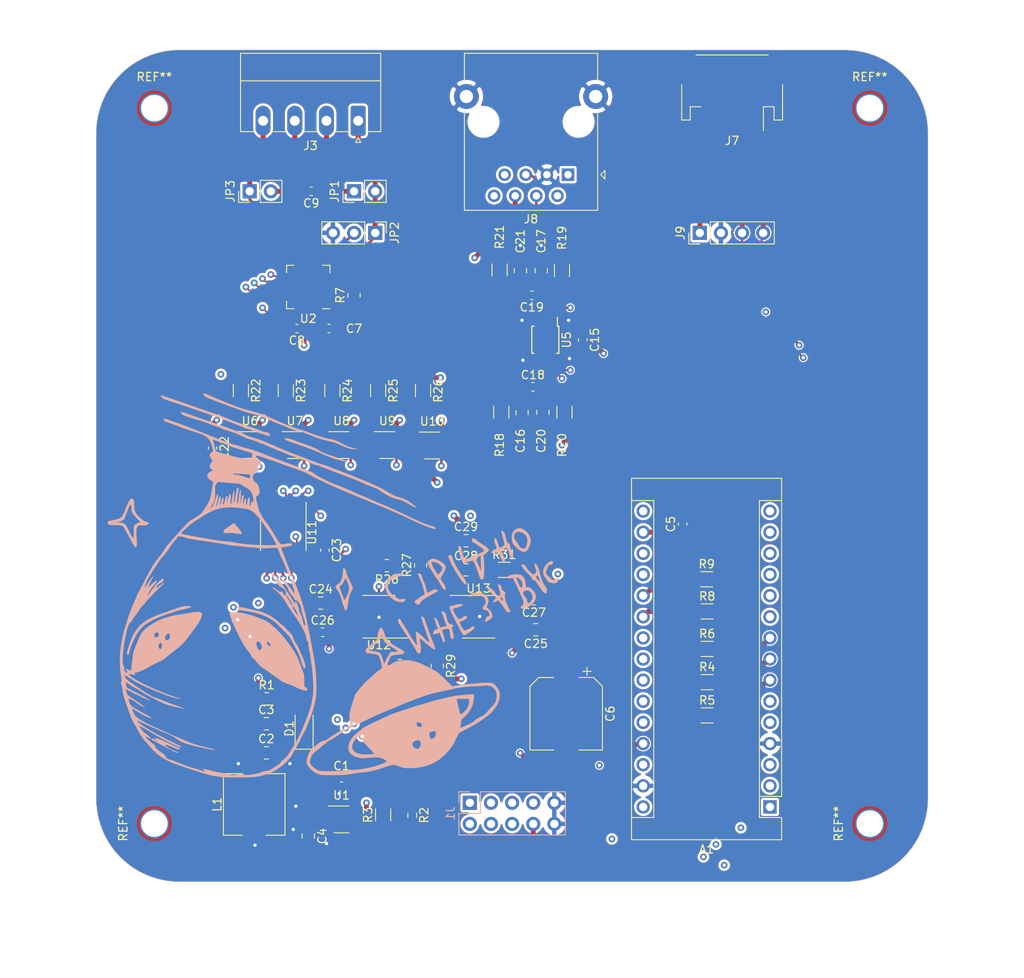
<source format=kicad_pcb>
(kicad_pcb (version 20171130) (host pcbnew "(5.1.10)-1")
  (layers (0 F.Cu signal) (1 In1.Cu signal) (2 In2.Cu signal) (31 B.Cu signal) (34 B.Paste user) (35 F.Paste user) (36 B.SilkS user) (37 F.SilkS user) (38 B.Mask user) (39 F.Mask user) (44 Edge.Cuts user))
  (net 0 "")
  (net 1 /Data_serial)
  (net 2 +3V3)
  (net 3 /CLK_serial)
  (net 4 "Net-(A1-Pad18)")
  (net 5 "Net-(A1-Pad3)")
  (net 6 "Net-(A1-Pad19)")
  (net 7 GNDD)
  (net 8 /TEMP_RDY)
  (net 9 /Store_serial)
  (net 10 /TEMP_CS)
  (net 11 /Clear_serial)
  (net 12 /DAC_out)
  (net 13 /SDA_i2c)
  (net 14 /CLK_SPI)
  (net 15 /SCL_i2c)
  (net 16 /MISO)
  (net 17 /ADS1115_RDY)
  (net 18 /MOSI)
  (net 19 "Net-(A1-Pad10)")
  (net 20 "Net-(A1-Pad26)")
  (net 21 "Net-(A1-Pad11)")
  (net 22 +5V)
  (net 23 /IN_FROZ)
  (net 24 "Net-(A1-Pad28)")
  (net 25 /IN_HEAT)
  (net 26 /SD_FROZ)
  (net 27 "Net-(A1-Pad30)")
  (net 28 /SD_HEAT)
  (net 29 /Cooler_SW)
  (net 30 "Net-(C1-Pad2)")
  (net 31 "Net-(C1-Pad1)")
  (net 32 +12P)
  (net 33 "Net-(C9-Pad1)")
  (net 34 "Net-(C9-Pad2)")
  (net 35 /4PP/AIN_I1)
  (net 36 /4PP/AIN_V1)
  (net 37 /4PP/AIN_I2)
  (net 38 /4PP/AIN_V2)
  (net 39 /4PP/R_sel_high)
  (net 40 "Net-(C28-Pad2)")
  (net 41 "Net-(D1-Pad2)")
  (net 42 "Net-(J1-Pad5)")
  (net 43 "Net-(J3-Pad1)")
  (net 44 "Net-(J3-Pad4)")
  (net 45 /4PP/PROBE1)
  (net 46 /4PP/PROBE2)
  (net 47 "Net-(J8-Pad7)")
  (net 48 "Net-(J8-Pad1)")
  (net 49 "Net-(J8-Pad2)")
  (net 50 "Net-(J8-Pad8)")
  (net 51 /4PP/R_sel_low)
  (net 52 "Net-(JP2-Pad2)")
  (net 53 "Net-(R2-Pad2)")
  (net 54 "Net-(R7-Pad2)")
  (net 55 "Net-(R7-Pad1)")
  (net 56 "Net-(R22-Pad2)")
  (net 57 "Net-(R23-Pad2)")
  (net 58 "Net-(R24-Pad2)")
  (net 59 "Net-(R25-Pad2)")
  (net 60 "Net-(R26-Pad2)")
  (net 61 "Net-(R27-Pad2)")
  (net 62 "Net-(R27-Pad1)")
  (net 63 "Net-(R29-Pad1)")
  (net 64 "Net-(U2-Pad17)")
  (net 65 /4PP/R1)
  (net 66 /4PP/R10)
  (net 67 /4PP/R100)
  (net 68 /4PP/R1k)
  (net 69 /4PP/R10k)
  (net 70 "Net-(U11-Pad5)")
  (net 71 "Net-(U11-Pad6)")
  (net 72 "Net-(U11-Pad7)")
  (net 73 "Net-(U11-Pad9)")
  (module Resistor_SMD:R_0805_2012Metric_Pad1.20x1.40mm_HandSolder (layer F.Cu) (at 81.5 121 180)
    (fp_text reference R30 (at 0 -1.65) (layer F.SilkS))
    (fp_text value 20k)
    (pad 2 smd roundrect (at 1 0 180) (size 1.2 1.4) (layers F.Cu F.Paste F.Mask) (roundrect_rratio 0.2083325) (net 7 GNDD))
    (pad 1 smd roundrect (at -1 0 180) (size 1.2 1.4) (layers F.Cu F.Paste F.Mask) (roundrect_rratio 0.2083325) (net 63 "Net-(R29-Pad1)"))
  )
  (module Resistor_SMD:R_0805_2012Metric_Pad1.20x1.40mm_HandSolder (layer F.Cu) (at 86 121.05 270)
    (fp_text reference R29 (at 0 -1.65 90) (layer F.SilkS))
    (fp_text value 13k)
    (pad 2 smd roundrect (at 1 0 270) (size 1.2 1.4) (layers F.Cu F.Paste F.Mask) (roundrect_rratio 0.2083325) (net 12 /DAC_out))
    (pad 1 smd roundrect (at -1 0 270) (size 1.2 1.4) (layers F.Cu F.Paste F.Mask) (roundrect_rratio 0.2083325) (net 63 "Net-(R29-Pad1)"))
  )
  (module Resistor_SMD:R_0805_2012Metric_Pad1.20x1.40mm_HandSolder (layer F.Cu) (at 79.95 109 180)
    (fp_text reference R28 (at 0 -1.65) (layer F.SilkS))
    (fp_text value 13k)
    (pad 2 smd roundrect (at 1 0 180) (size 1.2 1.4) (layers F.Cu F.Paste F.Mask) (roundrect_rratio 0.2083325) (net 7 GNDD))
    (pad 1 smd roundrect (at -1 0 180) (size 1.2 1.4) (layers F.Cu F.Paste F.Mask) (roundrect_rratio 0.2083325) (net 61 "Net-(R27-Pad2)"))
  )
  (module Resistor_SMD:R_0805_2012Metric_Pad1.20x1.40mm_HandSolder (layer F.Cu) (at 84 108.95 90)
    (fp_text reference R27 (at 0 -1.65 90) (layer F.SilkS))
    (fp_text value 20k)
    (pad 2 smd roundrect (at 1 0 90) (size 1.2 1.4) (layers F.Cu F.Paste F.Mask) (roundrect_rratio 0.2083325) (net 61 "Net-(R27-Pad2)"))
    (pad 1 smd roundrect (at -1 0 90) (size 1.2 1.4) (layers F.Cu F.Paste F.Mask) (roundrect_rratio 0.2083325) (net 62 "Net-(R27-Pad1)"))
  )
  (module Resistor_SMD:R_1206_3216Metric_Pad1.30x1.75mm_HandSolder (layer F.Cu) (at 67.8 87.95 270)
    (fp_text reference R23 (at 0 -1.82 90) (layer F.SilkS))
    (fp_text value 10)
    (pad 2 smd roundrect (at 1.55 0 270) (size 1.3 1.75) (layers F.Cu F.Paste F.Mask) (roundrect_rratio 0.1923076923076923) (net 57 "Net-(R23-Pad2)"))
    (pad 1 smd roundrect (at -1.55 0 270) (size 1.3 1.75) (layers F.Cu F.Paste F.Mask) (roundrect_rratio 0.1923076923076923) (net 51 /4PP/R_sel_low))
  )
  (module monkey:Alien (layer B.Cu) (at 73.5 111.5)
    (fp_text reference G*** hide)
    (fp_text value LOGO hide)
  )
  (module MountingHole:MountingHole_3.2mm_M3_ISO14580_Pad_TopOnly (layer F.Cu) (at 138 140 90)
    (fp_text reference REF** (at 0 -3.75 90) (layer F.SilkS))
    (fp_text value MountingHole_3.2mm_M3_ISO14580_Pad_TopOnly)
    (pad 1 connect circle (at 0 0 90) (size 5.5 5.5) (layers F.Cu F.Mask))
    (pad 1 thru_hole circle (at 0 0 90) (size 3.6 3.6) (drill 3.2) (layers *.Cu *.Mask))
  )
  (module MountingHole:MountingHole_3.2mm_M3_ISO14580_Pad_TopOnly (layer F.Cu) (at 52 140 90)
    (fp_text reference REF** (at 0 -3.75 90) (layer F.SilkS))
    (fp_text value MountingHole_3.2mm_M3_ISO14580_Pad_TopOnly)
    (pad 1 thru_hole circle (at 0 0 90) (size 3.6 3.6) (drill 3.2) (layers *.Cu *.Mask))
    (pad 1 connect circle (at 0 0 90) (size 5.5 5.5) (layers F.Cu F.Mask))
  )
  (module MountingHole:MountingHole_3.2mm_M3_ISO14580_Pad_TopOnly (layer F.Cu) (at 52 54)
    (fp_text reference REF** (at 0 -3.75) (layer F.SilkS))
    (fp_text value MountingHole_3.2mm_M3_ISO14580_Pad_TopOnly)
    (pad 1 connect circle (at 0 0) (size 5.5 5.5) (layers F.Cu F.Mask))
    (pad 1 thru_hole circle (at 0 0) (size 3.6 3.6) (drill 3.2) (layers *.Cu *.Mask))
  )
  (module MountingHole:MountingHole_3.2mm_M3_ISO14580_Pad_TopOnly (layer F.Cu) (at 138 54)
    (fp_text reference REF** (at 0 -3.75) (layer F.SilkS))
    (fp_text value MountingHole_3.2mm_M3_ISO14580_Pad_TopOnly)
    (pad 1 connect circle (at 0 0) (size 5.5 5.5) (layers F.Cu F.Mask))
    (pad 1 thru_hole circle (at 0 0) (size 3.6 3.6) (drill 3.2) (layers *.Cu *.Mask))
  )
  (module Module:Arduino_Nano (layer F.Cu) (at 126 138 180)
    (fp_text reference A1 (at 7.62 -5.08) (layer F.SilkS))
    (fp_text value Arduino_Nano_v3.x)
    (pad 1 thru_hole rect (at 0 0 180) (size 1.6 1.6) (drill 1) (layers *.Cu *.Mask) (net 1 /Data_serial))
    (pad 17 thru_hole oval (at 15.24 33.02 180) (size 1.6 1.6) (drill 1) (layers *.Cu *.Mask) (net 2 +3V3))
    (pad 2 thru_hole oval (at 0 2.54 180) (size 1.6 1.6) (drill 1) (layers *.Cu *.Mask) (net 3 /CLK_serial))
    (pad 18 thru_hole oval (at 15.24 30.48 180) (size 1.6 1.6) (drill 1) (layers *.Cu *.Mask) (net 4 "Net-(A1-Pad18)"))
    (pad 3 thru_hole oval (at 0 5.08 180) (size 1.6 1.6) (drill 1) (layers *.Cu *.Mask) (net 5 "Net-(A1-Pad3)"))
    (pad 19 thru_hole oval (at 15.24 27.94 180) (size 1.6 1.6) (drill 1) (layers *.Cu *.Mask) (net 6 "Net-(A1-Pad19)"))
    (pad 4 thru_hole oval (at 0 7.62 180) (size 1.6 1.6) (drill 1) (layers *.Cu *.Mask) (net 7 GNDD))
    (pad 20 thru_hole oval (at 15.24 25.4 180) (size 1.6 1.6) (drill 1) (layers *.Cu *.Mask) (net 8 /TEMP_RDY))
    (pad 5 thru_hole oval (at 0 10.16 180) (size 1.6 1.6) (drill 1) (layers *.Cu *.Mask) (net 9 /Store_serial))
    (pad 21 thru_hole oval (at 15.24 22.86 180) (size 1.6 1.6) (drill 1) (layers *.Cu *.Mask) (net 10 /TEMP_CS))
    (pad 6 thru_hole oval (at 0 12.7 180) (size 1.6 1.6) (drill 1) (layers *.Cu *.Mask) (net 11 /Clear_serial))
    (pad 22 thru_hole oval (at 15.24 20.32 180) (size 1.6 1.6) (drill 1) (layers *.Cu *.Mask) (net 12 /DAC_out))
    (pad 7 thru_hole oval (at 0 15.24 180) (size 1.6 1.6) (drill 1) (layers *.Cu *.Mask) (net 13 /SDA_i2c))
    (pad 23 thru_hole oval (at 15.24 17.78 180) (size 1.6 1.6) (drill 1) (layers *.Cu *.Mask) (net 14 /CLK_SPI))
    (pad 8 thru_hole oval (at 0 17.78 180) (size 1.6 1.6) (drill 1) (layers *.Cu *.Mask) (net 15 /SCL_i2c))
    (pad 24 thru_hole oval (at 15.24 15.24 180) (size 1.6 1.6) (drill 1) (layers *.Cu *.Mask) (net 16 /MISO))
    (pad 9 thru_hole oval (at 0 20.32 180) (size 1.6 1.6) (drill 1) (layers *.Cu *.Mask) (net 17 /ADS1115_RDY))
    (pad 25 thru_hole oval (at 15.24 12.7 180) (size 1.6 1.6) (drill 1) (layers *.Cu *.Mask) (net 18 /MOSI))
    (pad 10 thru_hole oval (at 0 22.86 180) (size 1.6 1.6) (drill 1) (layers *.Cu *.Mask) (net 19 "Net-(A1-Pad10)"))
    (pad 26 thru_hole oval (at 15.24 10.16 180) (size 1.6 1.6) (drill 1) (layers *.Cu *.Mask) (net 20 "Net-(A1-Pad26)"))
    (pad 11 thru_hole oval (at 0 25.4 180) (size 1.6 1.6) (drill 1) (layers *.Cu *.Mask) (net 21 "Net-(A1-Pad11)"))
    (pad 27 thru_hole oval (at 15.24 7.62 180) (size 1.6 1.6) (drill 1) (layers *.Cu *.Mask) (net 22 +5V))
    (pad 12 thru_hole oval (at 0 27.94 180) (size 1.6 1.6) (drill 1) (layers *.Cu *.Mask) (net 23 /IN_FROZ))
    (pad 28 thru_hole oval (at 15.24 5.08 180) (size 1.6 1.6) (drill 1) (layers *.Cu *.Mask) (net 24 "Net-(A1-Pad28)"))
    (pad 13 thru_hole oval (at 0 30.48 180) (size 1.6 1.6) (drill 1) (layers *.Cu *.Mask) (net 25 /IN_HEAT))
    (pad 29 thru_hole oval (at 15.24 2.54 180) (size 1.6 1.6) (drill 1) (layers *.Cu *.Mask) (net 7 GNDD))
    (pad 14 thru_hole oval (at 0 33.02 180) (size 1.6 1.6) (drill 1) (layers *.Cu *.Mask) (net 26 /SD_FROZ))
    (pad 30 thru_hole oval (at 15.24 0 180) (size 1.6 1.6) (drill 1) (layers *.Cu *.Mask) (net 27 "Net-(A1-Pad30)"))
    (pad 15 thru_hole oval (at 0 35.56 180) (size 1.6 1.6) (drill 1) (layers *.Cu *.Mask) (net 28 /SD_HEAT))
    (pad 16 thru_hole oval (at 15.24 35.56 180) (size 1.6 1.6) (drill 1) (layers *.Cu *.Mask) (net 29 /Cooler_SW))
  )
  (module Capacitor_SMD:C_0603_1608Metric_Pad1.08x0.95mm_HandSolder (layer F.Cu) (at 74.5 134.5)
    (fp_text reference C1 (at 0 -1.43) (layer F.SilkS))
    (fp_text value 100nF)
    (pad 2 smd roundrect (at 0.8625 0) (size 1.075 0.95) (layers F.Cu F.Paste F.Mask) (net 30 "Net-(C1-Pad2)"))
    (pad 1 smd roundrect (at -0.8625 0) (size 1.075 0.95) (layers F.Cu F.Paste F.Mask) (net 31 "Net-(C1-Pad1)"))
  )
  (module Capacitor_SMD:C_0805_2012Metric_Pad1.18x1.45mm_HandSolder (layer F.Cu) (at 65.4625 131.5)
    (fp_text reference C2 (at 0 -1.68) (layer F.SilkS))
    (fp_text value 10uF)
    (pad 2 smd roundrect (at 1.0375 0) (size 1.175 1.45) (layers F.Cu F.Paste F.Mask) (roundrect_rratio 0.2127659574468085) (net 7 GNDD))
    (pad 1 smd roundrect (at -1.0375 0) (size 1.175 1.45) (layers F.Cu F.Paste F.Mask) (roundrect_rratio 0.2127659574468085) (net 22 +5V))
  )
  (module Capacitor_SMD:C_0805_2012Metric_Pad1.18x1.45mm_HandSolder (layer F.Cu) (at 65.4625 128)
    (fp_text reference C3 (at 0 -1.68) (layer F.SilkS))
    (fp_text value 10uF)
    (pad 1 smd roundrect (at -1.0375 0) (size 1.175 1.45) (layers F.Cu F.Paste F.Mask) (roundrect_rratio 0.2127659574468085) (net 22 +5V))
    (pad 2 smd roundrect (at 1.0375 0) (size 1.175 1.45) (layers F.Cu F.Paste F.Mask) (roundrect_rratio 0.2127659574468085) (net 7 GNDD))
  )
  (module Capacitor_SMD:C_0805_2012Metric_Pad1.18x1.45mm_HandSolder (layer F.Cu) (at 70.5 141.5 270)
    (fp_text reference C4 (at 0 -1.68 90) (layer F.SilkS))
    (fp_text value 10uF)
    (pad 1 smd roundrect (at -1.0375 0 270) (size 1.175 1.45) (layers F.Cu F.Paste F.Mask) (roundrect_rratio 0.2127659574468085) (net 32 +12P))
    (pad 2 smd roundrect (at 1.0375 0 270) (size 1.175 1.45) (layers F.Cu F.Paste F.Mask) (roundrect_rratio 0.2127659574468085) (net 7 GNDD))
  )
  (module Capacitor_SMD:C_0603_1608Metric_Pad1.08x0.95mm_HandSolder (layer F.Cu) (at 115.5 104 90)
    (fp_text reference C5 (at 0 -1.43 90) (layer F.SilkS))
    (fp_text value 100nF)
    (pad 2 smd roundrect (at 0.8625 0 90) (size 1.075 0.95) (layers F.Cu F.Paste F.Mask) (net 7 GNDD))
    (pad 1 smd roundrect (at -0.8625 0 90) (size 1.075 0.95) (layers F.Cu F.Paste F.Mask) (net 2 +3V3))
  )
  (module Capacitor_SMD:CP_Elec_8x10.5 (layer F.Cu) (at 101.5 126.8 270)
    (fp_text reference C6 (at 0 -5.3 90) (layer F.SilkS))
    (fp_text value 220uF)
    (pad 1 smd roundrect (at -3.7 0 270) (size 4.4 2.5) (layers F.Cu F.Paste F.Mask) (roundrect_rratio 0.1) (net 7 GNDD))
    (pad 2 smd roundrect (at 3.7 0 270) (size 4.4 2.5) (layers F.Cu F.Paste F.Mask) (roundrect_rratio 0.1) (net 22 +5V))
  )
  (module Capacitor_SMD:C_0603_1608Metric_Pad1.08x0.95mm_HandSolder (layer F.Cu) (at 73 80.5 180)
    (fp_text reference C7 (at -3 0) (layer F.SilkS))
    (fp_text value 100nF)
    (pad 2 smd roundrect (at 0.8625 0 180) (size 1.075 0.95) (layers F.Cu F.Paste F.Mask) (net 2 +3V3))
    (pad 1 smd roundrect (at -0.8625 0 180) (size 1.075 0.95) (layers F.Cu F.Paste F.Mask) (net 7 GNDD))
  )
  (module Capacitor_SMD:C_0603_1608Metric_Pad1.08x0.95mm_HandSolder (layer F.Cu) (at 69.1375 80.5 180)
    (fp_text reference C8 (at 0 -1.43) (layer F.SilkS))
    (fp_text value 100nF)
    (pad 1 smd roundrect (at -0.8625 0 180) (size 1.075 0.95) (layers F.Cu F.Paste F.Mask) (net 2 +3V3))
    (pad 2 smd roundrect (at 0.8625 0 180) (size 1.075 0.95) (layers F.Cu F.Paste F.Mask) (net 7 GNDD))
  )
  (module Capacitor_SMD:C_0603_1608Metric_Pad1.08x0.95mm_HandSolder (layer F.Cu) (at 70.8625 64 180)
    (fp_text reference C9 (at 0 -1.43) (layer F.SilkS))
    (fp_text value 100nF)
    (pad 1 smd roundrect (at -0.8625 0 180) (size 1.075 0.95) (layers F.Cu F.Paste F.Mask) (net 33 "Net-(C9-Pad1)"))
    (pad 2 smd roundrect (at 0.8625 0 180) (size 1.075 0.95) (layers F.Cu F.Paste F.Mask) (net 34 "Net-(C9-Pad2)"))
  )
  (module Capacitor_SMD:C_0603_1608Metric_Pad1.08x0.95mm_HandSolder (layer F.Cu) (at 103.5 81.85 270)
    (fp_text reference C15 (at 0 -1.43 90) (layer F.SilkS))
    (fp_text value 100nF)
    (pad 2 smd roundrect (at 0.8625 0 270) (size 1.075 0.95) (layers F.Cu F.Paste F.Mask) (net 22 +5V))
    (pad 1 smd roundrect (at -0.8625 0 270) (size 1.075 0.95) (layers F.Cu F.Paste F.Mask) (net 7 GNDD))
  )
  (module Capacitor_SMD:C_0805_2012Metric_Pad1.18x1.45mm_HandSolder (layer F.Cu) (at 96.2 90.6 90)
    (fp_text reference C16 (at -3.4 -0.2 90) (layer F.SilkS))
    (fp_text value 6nF)
    (pad 1 smd roundrect (at -1.0375 0 90) (size 1.175 1.45) (layers F.Cu F.Paste F.Mask) (roundrect_rratio 0.2127659574468085) (net 7 GNDD))
    (pad 2 smd roundrect (at 1.0375 0 90) (size 1.175 1.45) (layers F.Cu F.Paste F.Mask) (roundrect_rratio 0.2127659574468085) (net 35 /4PP/AIN_I1))
  )
  (module Capacitor_SMD:C_0805_2012Metric_Pad1.18x1.45mm_HandSolder (layer F.Cu) (at 98.5 73.5375 270)
    (fp_text reference C17 (at -3.5375 0 90) (layer F.SilkS))
    (fp_text value 6nF)
    (pad 2 smd roundrect (at 1.0375 0 270) (size 1.175 1.45) (layers F.Cu F.Paste F.Mask) (roundrect_rratio 0.2127659574468085) (net 36 /4PP/AIN_V1))
    (pad 1 smd roundrect (at -1.0375 0 270) (size 1.175 1.45) (layers F.Cu F.Paste F.Mask) (roundrect_rratio 0.2127659574468085) (net 7 GNDD))
  )
  (module Capacitor_SMD:C_0603_1608Metric_Pad1.08x0.95mm_HandSolder (layer F.Cu) (at 97.5 87.5)
    (fp_text reference C18 (at 0 -1.43) (layer F.SilkS))
    (fp_text value 62nF)
    (pad 2 smd roundrect (at 0.8625 0) (size 1.075 0.95) (layers F.Cu F.Paste F.Mask) (net 37 /4PP/AIN_I2))
    (pad 1 smd roundrect (at -0.8625 0) (size 1.075 0.95) (layers F.Cu F.Paste F.Mask) (net 35 /4PP/AIN_I1))
  )
  (module Capacitor_SMD:C_0603_1608Metric_Pad1.08x0.95mm_HandSolder (layer F.Cu) (at 97.3625 76.5 180)
    (fp_text reference C19 (at 0 -1.43) (layer F.SilkS))
    (fp_text value 62nF)
    (pad 1 smd roundrect (at -0.8625 0 180) (size 1.075 0.95) (layers F.Cu F.Paste F.Mask) (net 36 /4PP/AIN_V1))
    (pad 2 smd roundrect (at 0.8625 0 180) (size 1.075 0.95) (layers F.Cu F.Paste F.Mask) (net 38 /4PP/AIN_V2))
  )
  (module Capacitor_SMD:C_0805_2012Metric_Pad1.18x1.45mm_HandSolder (layer F.Cu) (at 98.7 90.5625 270)
    (fp_text reference C20 (at 3.4375 0.2 90) (layer F.SilkS))
    (fp_text value 6nF)
    (pad 2 smd roundrect (at 1.0375 0 270) (size 1.175 1.45) (layers F.Cu F.Paste F.Mask) (roundrect_rratio 0.2127659574468085) (net 7 GNDD))
    (pad 1 smd roundrect (at -1.0375 0 270) (size 1.175 1.45) (layers F.Cu F.Paste F.Mask) (roundrect_rratio 0.2127659574468085) (net 37 /4PP/AIN_I2))
  )
  (module Capacitor_SMD:C_0805_2012Metric_Pad1.18x1.45mm_HandSolder (layer F.Cu) (at 96 73.5375 90)
    (fp_text reference C21 (at 3.5375 0 90) (layer F.SilkS))
    (fp_text value 6nF)
    (pad 1 smd roundrect (at -1.0375 0 90) (size 1.175 1.45) (layers F.Cu F.Paste F.Mask) (roundrect_rratio 0.2127659574468085) (net 38 /4PP/AIN_V2))
    (pad 2 smd roundrect (at 1.0375 0 90) (size 1.175 1.45) (layers F.Cu F.Paste F.Mask) (roundrect_rratio 0.2127659574468085) (net 7 GNDD))
  )
  (module Capacitor_SMD:C_0603_1608Metric_Pad1.08x0.95mm_HandSolder (layer F.Cu) (at 59 94.8625 270)
    (fp_text reference C22 (at 0 -1.43 90) (layer F.SilkS))
    (fp_text value 100nF)
    (pad 1 smd roundrect (at -0.8625 0 270) (size 1.075 0.95) (layers F.Cu F.Paste F.Mask) (net 2 +3V3))
    (pad 2 smd roundrect (at 0.8625 0 270) (size 1.075 0.95) (layers F.Cu F.Paste F.Mask) (net 7 GNDD))
  )
  (module Capacitor_SMD:C_0603_1608Metric_Pad1.08x0.95mm_HandSolder (layer F.Cu) (at 72.5 107.1375 270)
    (fp_text reference C23 (at 0 -1.43 90) (layer F.SilkS))
    (fp_text value 100nF)
    (pad 2 smd roundrect (at 0.8625 0 270) (size 1.075 0.95) (layers F.Cu F.Paste F.Mask) (net 2 +3V3))
    (pad 1 smd roundrect (at -0.8625 0 270) (size 1.075 0.95) (layers F.Cu F.Paste F.Mask) (net 7 GNDD))
  )
  (module Capacitor_SMD:C_0805_2012Metric_Pad1.18x1.45mm_HandSolder (layer F.Cu) (at 72 113.5)
    (fp_text reference C24 (at 0 -1.68) (layer F.SilkS))
    (fp_text value 10uF)
    (pad 2 smd roundrect (at 1.0375 0) (size 1.175 1.45) (layers F.Cu F.Paste F.Mask) (roundrect_rratio 0.2127659574468085) (net 22 +5V))
    (pad 1 smd roundrect (at -1.0375 0) (size 1.175 1.45) (layers F.Cu F.Paste F.Mask) (roundrect_rratio 0.2127659574468085) (net 7 GNDD))
  )
  (module Capacitor_SMD:C_0805_2012Metric_Pad1.18x1.45mm_HandSolder (layer F.Cu) (at 97.855 116.7 180)
    (fp_text reference C25 (at 0 -1.68) (layer F.SilkS))
    (fp_text value 10uF)
    (pad 2 smd roundrect (at 1.0375 0 180) (size 1.175 1.45) (layers F.Cu F.Paste F.Mask) (roundrect_rratio 0.2127659574468085) (net 22 +5V))
    (pad 1 smd roundrect (at -1.0375 0 180) (size 1.175 1.45) (layers F.Cu F.Paste F.Mask) (roundrect_rratio 0.2127659574468085) (net 7 GNDD))
  )
  (module Capacitor_SMD:C_0603_1608Metric_Pad1.08x0.95mm_HandSolder (layer F.Cu) (at 72.23 117)
    (fp_text reference C26 (at 0 -1.43) (layer F.SilkS))
    (fp_text value 100nF)
    (pad 1 smd roundrect (at -0.8625 0) (size 1.075 0.95) (layers F.Cu F.Paste F.Mask) (net 7 GNDD))
    (pad 2 smd roundrect (at 0.8625 0) (size 1.075 0.95) (layers F.Cu F.Paste F.Mask) (net 22 +5V))
  )
  (module Capacitor_SMD:C_0603_1608Metric_Pad1.08x0.95mm_HandSolder (layer F.Cu) (at 97.625 113.2 180)
    (fp_text reference C27 (at 0 -1.43) (layer F.SilkS))
    (fp_text value 100nF)
    (pad 1 smd roundrect (at -0.8625 0 180) (size 1.075 0.95) (layers F.Cu F.Paste F.Mask) (net 7 GNDD))
    (pad 2 smd roundrect (at 0.8625 0 180) (size 1.075 0.95) (layers F.Cu F.Paste F.Mask) (net 22 +5V))
  )
  (module Capacitor_SMD:C_0805_2012Metric_Pad1.18x1.45mm_HandSolder (layer F.Cu) (at 89.4625 109.5)
    (fp_text reference C28 (at 0 -1.68) (layer F.SilkS))
    (fp_text value 470nf)
    (pad 1 smd roundrect (at -1.0375 0) (size 1.175 1.45) (layers F.Cu F.Paste F.Mask) (roundrect_rratio 0.2127659574468085) (net 39 /4PP/R_sel_high))
    (pad 2 smd roundrect (at 1.0375 0) (size 1.175 1.45) (layers F.Cu F.Paste F.Mask) (roundrect_rratio 0.2127659574468085) (net 40 "Net-(C28-Pad2)"))
  )
  (module Capacitor_SMD:C_0805_2012Metric_Pad1.18x1.45mm_HandSolder (layer F.Cu) (at 89.4625 106)
    (fp_text reference C29 (at 0 -1.68) (layer F.SilkS))
    (fp_text value 6nF)
    (pad 1 smd roundrect (at -1.0375 0) (size 1.175 1.45) (layers F.Cu F.Paste F.Mask) (roundrect_rratio 0.2127659574468085) (net 39 /4PP/R_sel_high))
    (pad 2 smd roundrect (at 1.0375 0) (size 1.175 1.45) (layers F.Cu F.Paste F.Mask) (roundrect_rratio 0.2127659574468085) (net 7 GNDD))
  )
  (module LED_SMD:LED_1206_3216Metric_Castellated (layer F.Cu) (at 70 128.575 90)
    (fp_text reference D1 (at 0 -1.78 90) (layer F.SilkS))
    (fp_text value 5V_LED)
    (pad 1 smd roundrect (at -1.425 0 90) (size 1.6 1.65) (layers F.Cu F.Paste F.Mask) (roundrect_rratio 0.15625) (net 7 GNDD))
    (pad 2 smd roundrect (at 1.425 0 90) (size 1.6 1.65) (layers F.Cu F.Paste F.Mask) (roundrect_rratio 0.15625) (net 41 "Net-(D1-Pad2)"))
  )
  (module Connector_PinHeader_2.54mm:PinHeader_2x05_P2.54mm_Vertical (layer B.Cu) (at 89.925 137.5 270)
    (fp_text reference J1 (at 1.27 2.33 270) (layer B.SilkS) (effects (justify mirror)))
    (fp_text value J_PCB_UPPER)
    (pad 10 thru_hole oval (at 2.54 -10.16 270) (size 1.7 1.7) (drill 1) (layers *.Cu *.Mask) (net 7 GNDD))
    (pad 9 thru_hole oval (at 0 -10.16 270) (size 1.7 1.7) (drill 1) (layers *.Cu *.Mask) (net 7 GNDD))
    (pad 8 thru_hole oval (at 2.54 -7.62 270) (size 1.7 1.7) (drill 1) (layers *.Cu *.Mask) (net 32 +12P))
    (pad 7 thru_hole oval (at 0 -7.62 270) (size 1.7 1.7) (drill 1) (layers *.Cu *.Mask) (net 32 +12P))
    (pad 6 thru_hole oval (at 2.54 -5.08 270) (size 1.7 1.7) (drill 1) (layers *.Cu *.Mask) (net 29 /Cooler_SW))
    (pad 5 thru_hole oval (at 0 -5.08 270) (size 1.7 1.7) (drill 1) (layers *.Cu *.Mask) (net 42 "Net-(J1-Pad5)"))
    (pad 4 thru_hole oval (at 2.54 -2.54 270) (size 1.7 1.7) (drill 1) (layers *.Cu *.Mask) (net 23 /IN_FROZ))
    (pad 3 thru_hole oval (at 0 -2.54 270) (size 1.7 1.7) (drill 1) (layers *.Cu *.Mask) (net 25 /IN_HEAT))
    (pad 2 thru_hole oval (at 2.54 0 270) (size 1.7 1.7) (drill 1) (layers *.Cu *.Mask) (net 26 /SD_FROZ))
    (pad 1 thru_hole rect (at 0 0 270) (size 1.7 1.7) (drill 1) (layers *.Cu *.Mask) (net 28 /SD_HEAT))
  )
  (module Connector_Phoenix_MC:PhoenixContact_MC_1,5_4-G-3.81_1x04_P3.81mm_Horizontal (layer F.Cu) (at 76.5 55.52 180)
    (fp_text reference J3 (at 5.72 -3) (layer F.SilkS))
    (fp_text value ToPT100)
    (pad 1 thru_hole roundrect (at 0 0 180) (size 1.8 3.6) (drill 1.2) (layers *.Cu *.Mask) (roundrect_rratio 0.1388888888888889) (net 43 "Net-(J3-Pad1)"))
    (pad 2 thru_hole oval (at 3.81 0 180) (size 1.8 3.6) (drill 1.2) (layers *.Cu *.Mask) (net 33 "Net-(C9-Pad1)"))
    (pad 3 thru_hole oval (at 7.62 0 180) (size 1.8 3.6) (drill 1.2) (layers *.Cu *.Mask) (net 34 "Net-(C9-Pad2)"))
    (pad 4 thru_hole oval (at 11.43 0 180) (size 1.8 3.6) (drill 1.2) (layers *.Cu *.Mask) (net 44 "Net-(J3-Pad4)"))
  )
  (module Connector_JST:JST_PH_S4B-PH-SM4-TB_1x04-1MP_P2.00mm_Horizontal (layer F.Cu) (at 121.45 52.12 180)
    (fp_text reference J7 (at 0 -5.8) (layer F.SilkS))
    (fp_text value I2C_Port)
    (pad 1 smd roundrect (at -3 -2.85 180) (size 1 3.5) (layers F.Cu F.Paste F.Mask) (net 15 /SCL_i2c))
    (pad 2 smd roundrect (at -1 -2.85 180) (size 1 3.5) (layers F.Cu F.Paste F.Mask) (net 13 /SDA_i2c))
    (pad 3 smd roundrect (at 1 -2.85 180) (size 1 3.5) (layers F.Cu F.Paste F.Mask) (net 7 GNDD))
    (pad 4 smd roundrect (at 3 -2.85 180) (size 1 3.5) (layers F.Cu F.Paste F.Mask) (net 2 +3V3))
    (pad MP smd roundrect (at -5.35 2.9 180) (size 1.5 3.4) (layers F.Cu F.Paste F.Mask) (roundrect_rratio 0.1666666666666667))
    (pad MP smd roundrect (at 5.35 2.9 180) (size 1.5 3.4) (layers F.Cu F.Paste F.Mask) (roundrect_rratio 0.1666666666666667))
  )
  (module Connector_RJ:RJ45_Ninigi_GE (layer F.Cu) (at 101.725 62 180)
    (fp_text reference J8 (at 4.445 -5.34) (layer F.SilkS))
    (fp_text value RJ45_Shielded)
    (pad "" np_thru_hole circle (at 10.16 6.35) (size 3.25 3.25) (drill 3.25) (layers *.Cu *.Mask))
    (pad SH thru_hole circle (at 12.215 9.4) (size 3 3) (drill 1.6) (layers *.Cu *.Mask) (net 7 GNDD))
    (pad "" np_thru_hole circle (at -1.27 6.35 180) (size 3.25 3.25) (drill 3.25) (layers *.Cu *.Mask))
    (pad 3 thru_hole circle (at 2.54 0) (size 1.5 1.5) (drill 0.9) (layers *.Cu *.Mask) (net 7 GNDD))
    (pad 5 thru_hole circle (at 5.08 0) (size 1.5 1.5) (drill 0.9) (layers *.Cu *.Mask) (net 45 /4PP/PROBE1))
    (pad 4 thru_hole circle (at 3.81 -2.54) (size 1.5 1.5) (drill 0.9) (layers *.Cu *.Mask) (net 46 /4PP/PROBE2))
    (pad 7 thru_hole circle (at 7.62 0) (size 1.5 1.5) (drill 0.9) (layers *.Cu *.Mask) (net 47 "Net-(J8-Pad7)"))
    (pad 1 thru_hole rect (at 0 0) (size 1.5 1.5) (drill 0.9) (layers *.Cu *.Mask) (net 48 "Net-(J8-Pad1)"))
    (pad 2 thru_hole circle (at 1.27 -2.54) (size 1.5 1.5) (drill 0.9) (layers *.Cu *.Mask) (net 49 "Net-(J8-Pad2)"))
    (pad SH thru_hole circle (at -3.325 9.4 180) (size 3 3) (drill 1.6) (layers *.Cu *.Mask) (net 7 GNDD))
    (pad 8 thru_hole circle (at 8.89 -2.54) (size 1.5 1.5) (drill 0.9) (layers *.Cu *.Mask) (net 50 "Net-(J8-Pad8)"))
    (pad 6 thru_hole circle (at 6.35 -2.54) (size 1.5 1.5) (drill 0.9) (layers *.Cu *.Mask) (net 51 /4PP/R_sel_low))
  )
  (module Connector_PinHeader_2.54mm:PinHeader_1x04_P2.54mm_Vertical (layer F.Cu) (at 117.5675 69 90)
    (fp_text reference J9 (at 0 -2.33 90) (layer F.SilkS))
    (fp_text value I2C_dbg)
    (pad 1 thru_hole rect (at 0 0 90) (size 1.7 1.7) (drill 1) (layers *.Cu *.Mask) (net 2 +3V3))
    (pad 2 thru_hole oval (at 0 2.54 90) (size 1.7 1.7) (drill 1) (layers *.Cu *.Mask) (net 7 GNDD))
    (pad 3 thru_hole oval (at 0 5.08 90) (size 1.7 1.7) (drill 1) (layers *.Cu *.Mask) (net 13 /SDA_i2c))
    (pad 4 thru_hole oval (at 0 7.62 90) (size 1.7 1.7) (drill 1) (layers *.Cu *.Mask) (net 15 /SCL_i2c))
  )
  (module Connector_PinHeader_2.54mm:PinHeader_1x02_P2.54mm_Vertical (layer F.Cu) (at 76 64 90)
    (fp_text reference JP1 (at 0 -2.33 90) (layer F.SilkS))
    (fp_text value SJ2)
    (pad 2 thru_hole oval (at 0 2.54 90) (size 1.7 1.7) (drill 1) (layers *.Cu *.Mask) (net 43 "Net-(J3-Pad1)"))
    (pad 1 thru_hole rect (at 0 0 90) (size 1.7 1.7) (drill 1) (layers *.Cu *.Mask) (net 33 "Net-(C9-Pad1)"))
  )
  (module Connector_PinHeader_2.54mm:PinHeader_1x03_P2.54mm_Vertical (layer F.Cu) (at 78.55 69 270)
    (fp_text reference JP2 (at 0 -2.33 90) (layer F.SilkS))
    (fp_text value SJ1)
    (pad 1 thru_hole rect (at 0 0 270) (size 1.7 1.7) (drill 1) (layers *.Cu *.Mask) (net 43 "Net-(J3-Pad1)"))
    (pad 2 thru_hole oval (at 0 2.54 270) (size 1.7 1.7) (drill 1) (layers *.Cu *.Mask) (net 52 "Net-(JP2-Pad2)"))
    (pad 3 thru_hole oval (at 0 5.08 270) (size 1.7 1.7) (drill 1) (layers *.Cu *.Mask) (net 7 GNDD))
  )
  (module Connector_PinHeader_2.54mm:PinHeader_1x02_P2.54mm_Vertical (layer F.Cu) (at 63.46 64 90)
    (fp_text reference JP3 (at 0 -2.33 90) (layer F.SilkS))
    (fp_text value SJ3)
    (pad 1 thru_hole rect (at 0 0 90) (size 1.7 1.7) (drill 1) (layers *.Cu *.Mask) (net 44 "Net-(J3-Pad4)"))
    (pad 2 thru_hole oval (at 0 2.54 90) (size 1.7 1.7) (drill 1) (layers *.Cu *.Mask) (net 34 "Net-(C9-Pad2)"))
  )
  (module Inductor_SMD:L_7.3x7.3_H4.5 (layer F.Cu) (at 64 137.7 90)
    (fp_text reference L1 (at 0 -4.45 90) (layer F.SilkS))
    (fp_text value 4.7uH)
    (pad 1 smd rect (at -3.2 0 90) (size 1.5 2.2) (layers F.Cu F.Paste F.Mask) (net 31 "Net-(C1-Pad1)"))
    (pad 2 smd rect (at 3.2 0 90) (size 1.5 2.2) (layers F.Cu F.Paste F.Mask) (net 22 +5V))
  )
  (module Resistor_SMD:R_0805_2012Metric_Pad1.20x1.40mm_HandSolder (layer F.Cu) (at 65.5 125)
    (fp_text reference R1 (at 0 -1.65) (layer F.SilkS))
    (fp_text value 430)
    (pad 1 smd roundrect (at -1 0) (size 1.2 1.4) (layers F.Cu F.Paste F.Mask) (roundrect_rratio 0.2083325) (net 22 +5V))
    (pad 2 smd roundrect (at 1 0) (size 1.2 1.4) (layers F.Cu F.Paste F.Mask) (roundrect_rratio 0.2083325) (net 41 "Net-(D1-Pad2)"))
  )
  (module Resistor_SMD:R_0603_1608Metric_Pad0.98x0.95mm_HandSolder (layer F.Cu) (at 83 139 270)
    (fp_text reference R2 (at 0 -1.43 90) (layer F.SilkS))
    (fp_text value 56.2k)
    (pad 1 smd roundrect (at -0.9125 0 270) (size 0.975 0.95) (layers F.Cu F.Paste F.Mask) (net 22 +5V))
    (pad 2 smd roundrect (at 0.9125 0 270) (size 0.975 0.95) (layers F.Cu F.Paste F.Mask) (net 53 "Net-(R2-Pad2)"))
  )
  (module Resistor_SMD:R_1206_3216Metric_Pad1.30x1.75mm_HandSolder (layer F.Cu) (at 79.5 138.95 90)
    (fp_text reference R3 (at 0 -1.82 90) (layer F.SilkS))
    (fp_text value 10k)
    (pad 1 smd roundrect (at -1.55 0 90) (size 1.3 1.75) (layers F.Cu F.Paste F.Mask) (roundrect_rratio 0.1923076923076923) (net 53 "Net-(R2-Pad2)"))
    (pad 2 smd roundrect (at 1.55 0 90) (size 1.3 1.75) (layers F.Cu F.Paste F.Mask) (roundrect_rratio 0.1923076923076923) (net 7 GNDD))
  )
  (module Resistor_SMD:R_1206_3216Metric_Pad1.30x1.75mm_HandSolder (layer F.Cu) (at 118.45 123)
    (fp_text reference R4 (at 0 -1.82) (layer F.SilkS))
    (fp_text value 10k)
    (pad 1 smd roundrect (at -1.55 0) (size 1.3 1.75) (layers F.Cu F.Paste F.Mask) (roundrect_rratio 0.1923076923076923) (net 2 +3V3))
    (pad 2 smd roundrect (at 1.55 0) (size 1.3 1.75) (layers F.Cu F.Paste F.Mask) (roundrect_rratio 0.1923076923076923) (net 15 /SCL_i2c))
  )
  (module Resistor_SMD:R_1206_3216Metric_Pad1.30x1.75mm_HandSolder (layer F.Cu) (at 118.45 127)
    (fp_text reference R5 (at 0 -1.82) (layer F.SilkS))
    (fp_text value 10k)
    (pad 2 smd roundrect (at 1.55 0) (size 1.3 1.75) (layers F.Cu F.Paste F.Mask) (roundrect_rratio 0.1923076923076923) (net 13 /SDA_i2c))
    (pad 1 smd roundrect (at -1.55 0) (size 1.3 1.75) (layers F.Cu F.Paste F.Mask) (roundrect_rratio 0.1923076923076923) (net 2 +3V3))
  )
  (module Resistor_SMD:R_1206_3216Metric_Pad1.30x1.75mm_HandSolder (layer F.Cu) (at 118.45 119)
    (fp_text reference R6 (at 0 -1.82) (layer F.SilkS))
    (fp_text value 10k)
    (pad 2 smd roundrect (at 1.55 0) (size 1.3 1.75) (layers F.Cu F.Paste F.Mask) (roundrect_rratio 0.1923076923076923) (net 17 /ADS1115_RDY))
    (pad 1 smd roundrect (at -1.55 0) (size 1.3 1.75) (layers F.Cu F.Paste F.Mask) (roundrect_rratio 0.1923076923076923) (net 2 +3V3))
  )
  (module Resistor_SMD:R_0805_2012Metric_Pad1.20x1.40mm_HandSolder (layer F.Cu) (at 76 76.5 90)
    (fp_text reference R7 (at 0 -1.65 90) (layer F.SilkS))
    (fp_text value 390)
    (pad 2 smd roundrect (at 1 0 90) (size 1.2 1.4) (layers F.Cu F.Paste F.Mask) (roundrect_rratio 0.2083325) (net 54 "Net-(R7-Pad2)"))
    (pad 1 smd roundrect (at -1 0 90) (size 1.2 1.4) (layers F.Cu F.Paste F.Mask) (roundrect_rratio 0.2083325) (net 55 "Net-(R7-Pad1)"))
  )
  (module Resistor_SMD:R_1206_3216Metric_Pad1.30x1.75mm_HandSolder (layer F.Cu) (at 118.45 114.5)
    (fp_text reference R8 (at 0 -1.82) (layer F.SilkS))
    (fp_text value 10k)
    (pad 1 smd roundrect (at -1.55 0) (size 1.3 1.75) (layers F.Cu F.Paste F.Mask) (roundrect_rratio 0.1923076923076923) (net 10 /TEMP_CS))
    (pad 2 smd roundrect (at 1.55 0) (size 1.3 1.75) (layers F.Cu F.Paste F.Mask) (roundrect_rratio 0.1923076923076923) (net 2 +3V3))
  )
  (module Resistor_SMD:R_1206_3216Metric_Pad1.30x1.75mm_HandSolder (layer F.Cu) (at 118.393851 110.630056)
    (fp_text reference R9 (at 0 -1.82) (layer F.SilkS))
    (fp_text value 10k)
    (pad 1 smd roundrect (at -1.55 0) (size 1.3 1.75) (layers F.Cu F.Paste F.Mask) (roundrect_rratio 0.1923076923076923) (net 8 /TEMP_RDY))
    (pad 2 smd roundrect (at 1.55 0) (size 1.3 1.75) (layers F.Cu F.Paste F.Mask) (roundrect_rratio 0.1923076923076923) (net 2 +3V3))
  )
  (module Resistor_SMD:R_1206_3216Metric_Pad1.30x1.75mm_HandSolder (layer F.Cu) (at 93.7 90.55 270)
    (fp_text reference R18 (at 3.95 0.2 90) (layer F.SilkS))
    (fp_text value 100)
    (pad 1 smd roundrect (at -1.55 0 270) (size 1.3 1.75) (layers F.Cu F.Paste F.Mask) (roundrect_rratio 0.1923076923076923) (net 35 /4PP/AIN_I1))
    (pad 2 smd roundrect (at 1.55 0 270) (size 1.3 1.75) (layers F.Cu F.Paste F.Mask) (roundrect_rratio 0.1923076923076923) (net 39 /4PP/R_sel_high))
  )
  (module Resistor_SMD:R_1206_3216Metric_Pad1.30x1.75mm_HandSolder (layer F.Cu) (at 101 73.55 90)
    (fp_text reference R19 (at 3.95 0 90) (layer F.SilkS))
    (fp_text value 100)
    (pad 1 smd roundrect (at -1.55 0 90) (size 1.3 1.75) (layers F.Cu F.Paste F.Mask) (roundrect_rratio 0.1923076923076923) (net 36 /4PP/AIN_V1))
    (pad 2 smd roundrect (at 1.55 0 90) (size 1.3 1.75) (layers F.Cu F.Paste F.Mask) (roundrect_rratio 0.1923076923076923) (net 45 /4PP/PROBE1))
  )
  (module Resistor_SMD:R_1206_3216Metric_Pad1.30x1.75mm_HandSolder (layer F.Cu) (at 101.3 90.55 270)
    (fp_text reference R20 (at 3.95 0.3 90) (layer F.SilkS))
    (fp_text value 100)
    (pad 1 smd roundrect (at -1.55 0 270) (size 1.3 1.75) (layers F.Cu F.Paste F.Mask) (roundrect_rratio 0.1923076923076923) (net 37 /4PP/AIN_I2))
    (pad 2 smd roundrect (at 1.55 0 270) (size 1.3 1.75) (layers F.Cu F.Paste F.Mask) (roundrect_rratio 0.1923076923076923) (net 51 /4PP/R_sel_low))
  )
  (module Resistor_SMD:R_1206_3216Metric_Pad1.30x1.75mm_HandSolder (layer F.Cu) (at 93.5 73.45 90)
    (fp_text reference R21 (at 3.95 0 90) (layer F.SilkS))
    (fp_text value 100)
    (pad 2 smd roundrect (at 1.55 0 90) (size 1.3 1.75) (layers F.Cu F.Paste F.Mask) (roundrect_rratio 0.1923076923076923) (net 46 /4PP/PROBE2))
    (pad 1 smd roundrect (at -1.55 0 90) (size 1.3 1.75) (layers F.Cu F.Paste F.Mask) (roundrect_rratio 0.1923076923076923) (net 38 /4PP/AIN_V2))
  )
  (module Resistor_SMD:R_1206_3216Metric_Pad1.30x1.75mm_HandSolder (layer F.Cu) (at 62.4 87.95 270)
    (fp_text reference R22 (at 0 -1.82 90) (layer F.SilkS))
    (fp_text value 1)
    (pad 2 smd roundrect (at 1.55 0 270) (size 1.3 1.75) (layers F.Cu F.Paste F.Mask) (roundrect_rratio 0.1923076923076923) (net 56 "Net-(R22-Pad2)"))
    (pad 1 smd roundrect (at -1.55 0 270) (size 1.3 1.75) (layers F.Cu F.Paste F.Mask) (roundrect_rratio 0.1923076923076923) (net 51 /4PP/R_sel_low))
  )
  (module Resistor_SMD:R_1206_3216Metric_Pad1.30x1.75mm_HandSolder (layer F.Cu) (at 73.4 87.95 270)
    (fp_text reference R24 (at 0 -1.82 90) (layer F.SilkS))
    (fp_text value 100)
    (pad 2 smd roundrect (at 1.55 0 270) (size 1.3 1.75) (layers F.Cu F.Paste F.Mask) (roundrect_rratio 0.1923076923076923) (net 58 "Net-(R24-Pad2)"))
    (pad 1 smd roundrect (at -1.55 0 270) (size 1.3 1.75) (layers F.Cu F.Paste F.Mask) (roundrect_rratio 0.1923076923076923) (net 51 /4PP/R_sel_low))
  )
  (module Resistor_SMD:R_1206_3216Metric_Pad1.30x1.75mm_HandSolder (layer F.Cu) (at 78.9 87.95 270)
    (fp_text reference R25 (at 0 -1.82 90) (layer F.SilkS))
    (fp_text value 1k)
    (pad 1 smd roundrect (at -1.55 0 270) (size 1.3 1.75) (layers F.Cu F.Paste F.Mask) (roundrect_rratio 0.1923076923076923) (net 51 /4PP/R_sel_low))
    (pad 2 smd roundrect (at 1.55 0 270) (size 1.3 1.75) (layers F.Cu F.Paste F.Mask) (roundrect_rratio 0.1923076923076923) (net 59 "Net-(R25-Pad2)"))
  )
  (module Resistor_SMD:R_1206_3216Metric_Pad1.30x1.75mm_HandSolder (layer F.Cu) (at 84.3 87.95 270)
    (fp_text reference R26 (at 0 -1.82 90) (layer F.SilkS))
    (fp_text value 10k)
    (pad 2 smd roundrect (at 1.55 0 270) (size 1.3 1.75) (layers F.Cu F.Paste F.Mask) (roundrect_rratio 0.1923076923076923) (net 60 "Net-(R26-Pad2)"))
    (pad 1 smd roundrect (at -1.55 0 270) (size 1.3 1.75) (layers F.Cu F.Paste F.Mask) (roundrect_rratio 0.1923076923076923) (net 51 /4PP/R_sel_low))
  )
  (module Resistor_SMD:R_1206_3216Metric_Pad1.30x1.75mm_HandSolder (layer F.Cu) (at 94.05 109.5)
    (fp_text reference R31 (at 0 -1.82) (layer F.SilkS))
    (fp_text value 100)
    (pad 1 smd roundrect (at -1.55 0) (size 1.3 1.75) (layers F.Cu F.Paste F.Mask) (roundrect_rratio 0.1923076923076923) (net 40 "Net-(C28-Pad2)"))
    (pad 2 smd roundrect (at 1.55 0) (size 1.3 1.75) (layers F.Cu F.Paste F.Mask) (roundrect_rratio 0.1923076923076923) (net 7 GNDD))
  )
  (module Package_TO_SOT_SMD:SOT-23-6 (layer F.Cu) (at 74.5 139.5)
    (fp_text reference U1 (at 0 -2.9) (layer F.SilkS))
    (fp_text value TPS562200)
    (pad 1 smd rect (at -1.1 -0.95) (size 1.06 0.65) (layers F.Cu F.Paste F.Mask) (net 7 GNDD))
    (pad 2 smd rect (at -1.1 0) (size 1.06 0.65) (layers F.Cu F.Paste F.Mask) (net 31 "Net-(C1-Pad1)"))
    (pad 3 smd rect (at -1.1 0.95) (size 1.06 0.65) (layers F.Cu F.Paste F.Mask) (net 32 +12P))
    (pad 4 smd rect (at 1.1 0.95) (size 1.06 0.65) (layers F.Cu F.Paste F.Mask) (net 53 "Net-(R2-Pad2)"))
    (pad 6 smd rect (at 1.1 -0.95) (size 1.06 0.65) (layers F.Cu F.Paste F.Mask) (net 30 "Net-(C1-Pad2)"))
    (pad 5 smd rect (at 1.1 0) (size 1.06 0.65) (layers F.Cu F.Paste F.Mask) (net 32 +12P))
  )
  (module Package_DFN_QFN:TQFN-20-1EP_5x5mm_P0.65mm_EP3.25x3.25mm (layer F.Cu) (at 70.5 75.5 180)
    (fp_text reference U2 (at 0 -3.8) (layer F.SilkS))
    (fp_text value MAX31865xTP)
    (pad 1 smd roundrect (at -2.4375 -1.3 180) (size 0.825 0.3) (layers F.Cu F.Paste F.Mask) (net 55 "Net-(R7-Pad1)"))
    (pad 2 smd roundrect (at -2.4375 -0.65 180) (size 0.825 0.3) (layers F.Cu F.Paste F.Mask) (net 55 "Net-(R7-Pad1)"))
    (pad 3 smd roundrect (at -2.4375 0 180) (size 0.825 0.3) (layers F.Cu F.Paste F.Mask) (net 54 "Net-(R7-Pad2)"))
    (pad 4 smd roundrect (at -2.4375 0.65 180) (size 0.825 0.3) (layers F.Cu F.Paste F.Mask) (net 54 "Net-(R7-Pad2)"))
    (pad 5 smd roundrect (at -2.4375 1.3 180) (size 0.825 0.3) (layers F.Cu F.Paste F.Mask) (net 43 "Net-(J3-Pad1)"))
    (pad 6 smd roundrect (at -1.3 2.4375 180) (size 0.3 0.825) (layers F.Cu F.Paste F.Mask) (net 52 "Net-(JP2-Pad2)"))
    (pad 7 smd roundrect (at -0.65 2.4375 180) (size 0.3 0.825) (layers F.Cu F.Paste F.Mask) (net 33 "Net-(C9-Pad1)"))
    (pad 8 smd roundrect (at 0 2.4375 180) (size 0.3 0.825) (layers F.Cu F.Paste F.Mask) (net 34 "Net-(C9-Pad2)"))
    (pad 9 smd roundrect (at 0.65 2.4375 180) (size 0.3 0.825) (layers F.Cu F.Paste F.Mask) (net 44 "Net-(J3-Pad4)"))
    (pad 10 smd roundrect (at 1.3 2.4375 180) (size 0.3 0.825) (layers F.Cu F.Paste F.Mask) (net 7 GNDD))
    (pad 11 smd roundrect (at 2.4375 1.3 180) (size 0.825 0.3) (layers F.Cu F.Paste F.Mask) (net 18 /MOSI))
    (pad 12 smd roundrect (at 2.4375 0.65 180) (size 0.825 0.3) (layers F.Cu F.Paste F.Mask) (net 14 /CLK_SPI))
    (pad 13 smd roundrect (at 2.4375 0 180) (size 0.825 0.3) (layers F.Cu F.Paste F.Mask) (net 10 /TEMP_CS))
    (pad 14 smd roundrect (at 2.4375 -0.65 180) (size 0.825 0.3) (layers F.Cu F.Paste F.Mask) (net 16 /MISO))
    (pad 15 smd roundrect (at 2.4375 -1.3 180) (size 0.825 0.3) (layers F.Cu F.Paste F.Mask) (net 7 GNDD))
    (pad 16 smd roundrect (at 1.3 -2.4375 180) (size 0.3 0.825) (layers F.Cu F.Paste F.Mask) (net 7 GNDD))
    (pad 17 smd roundrect (at 0.65 -2.4375 180) (size 0.3 0.825) (layers F.Cu F.Paste F.Mask) (net 64 "Net-(U2-Pad17)"))
    (pad 18 smd roundrect (at 0 -2.4375 180) (size 0.3 0.825) (layers F.Cu F.Paste F.Mask) (net 8 /TEMP_RDY))
    (pad 19 smd roundrect (at -0.65 -2.4375 180) (size 0.3 0.825) (layers F.Cu F.Paste F.Mask) (net 2 +3V3))
    (pad 20 smd roundrect (at -1.3 -2.4375 180) (size 0.3 0.825) (layers F.Cu F.Paste F.Mask) (net 2 +3V3))
    (pad 21 smd rect (at 0 0 180) (size 3.25 3.25) (layers F.Cu F.Mask) (net 7 GNDD))
  )
  (module Package_SO:TSSOP-10_3x3mm_P0.5mm (layer F.Cu) (at 99 81.85 270)
    (fp_text reference U5 (at 0 -2.55 90) (layer F.SilkS))
    (fp_text value ADS1115IDGS)
    (pad 1 smd rect (at -2.15 -1 270) (size 1.1 0.25) (layers F.Cu F.Paste F.Mask) (net 7 GNDD))
    (pad 2 smd rect (at -2.15 -0.5 270) (size 1.1 0.25) (layers F.Cu F.Paste F.Mask) (net 17 /ADS1115_RDY))
    (pad 3 smd rect (at -2.15 0 270) (size 1.1 0.25) (layers F.Cu F.Paste F.Mask) (net 7 GNDD))
    (pad 4 smd rect (at -2.15 0.5 270) (size 1.1 0.25) (layers F.Cu F.Paste F.Mask) (net 36 /4PP/AIN_V1))
    (pad 5 smd rect (at -2.15 1 270) (size 1.1 0.25) (layers F.Cu F.Paste F.Mask) (net 38 /4PP/AIN_V2))
    (pad 6 smd rect (at 2.15 1 270) (size 1.1 0.25) (layers F.Cu F.Paste F.Mask) (net 35 /4PP/AIN_I1))
    (pad 7 smd rect (at 2.15 0.5 270) (size 1.1 0.25) (layers F.Cu F.Paste F.Mask) (net 37 /4PP/AIN_I2))
    (pad 8 smd rect (at 2.15 0 270) (size 1.1 0.25) (layers F.Cu F.Paste F.Mask) (net 22 +5V))
    (pad 9 smd rect (at 2.15 -0.5 270) (size 1.1 0.25) (layers F.Cu F.Paste F.Mask) (net 13 /SDA_i2c))
    (pad 10 smd rect (at 2.15 -1 270) (size 1.1 0.25) (layers F.Cu F.Paste F.Mask) (net 15 /SCL_i2c))
  )
  (module Package_TO_SOT_SMD:SOT-23-5 (layer F.Cu) (at 63.5 94.5)
    (fp_text reference U6 (at 0 -2.9) (layer F.SilkS))
    (fp_text value TS5A3166DBVR)
    (pad 1 smd rect (at -1.1 -0.95) (size 1.06 0.65) (layers F.Cu F.Paste F.Mask) (net 56 "Net-(R22-Pad2)"))
    (pad 2 smd rect (at -1.1 0) (size 1.06 0.65) (layers F.Cu F.Paste F.Mask) (net 39 /4PP/R_sel_high))
    (pad 3 smd rect (at -1.1 0.95) (size 1.06 0.65) (layers F.Cu F.Paste F.Mask) (net 7 GNDD))
    (pad 4 smd rect (at 1.1 0.95) (size 1.06 0.65) (layers F.Cu F.Paste F.Mask) (net 65 /4PP/R1))
    (pad 5 smd rect (at 1.1 -0.95) (size 1.06 0.65) (layers F.Cu F.Paste F.Mask) (net 2 +3V3))
  )
  (module Package_TO_SOT_SMD:SOT-23-5 (layer F.Cu) (at 68.9 94.5)
    (fp_text reference U7 (at 0 -2.9) (layer F.SilkS))
    (fp_text value TS5A3166DBVR)
    (pad 5 smd rect (at 1.1 -0.95) (size 1.06 0.65) (layers F.Cu F.Paste F.Mask) (net 2 +3V3))
    (pad 4 smd rect (at 1.1 0.95) (size 1.06 0.65) (layers F.Cu F.Paste F.Mask) (net 66 /4PP/R10))
    (pad 3 smd rect (at -1.1 0.95) (size 1.06 0.65) (layers F.Cu F.Paste F.Mask) (net 7 GNDD))
    (pad 2 smd rect (at -1.1 0) (size 1.06 0.65) (layers F.Cu F.Paste F.Mask) (net 39 /4PP/R_sel_high))
    (pad 1 smd rect (at -1.1 -0.95) (size 1.06 0.65) (layers F.Cu F.Paste F.Mask) (net 57 "Net-(R23-Pad2)"))
  )
  (module Package_TO_SOT_SMD:SOT-23-5 (layer F.Cu) (at 74.5 94.5)
    (fp_text reference U8 (at 0 -2.9) (layer F.SilkS))
    (fp_text value TS5A3166DBVR)
    (pad 1 smd rect (at -1.1 -0.95) (size 1.06 0.65) (layers F.Cu F.Paste F.Mask) (net 58 "Net-(R24-Pad2)"))
    (pad 2 smd rect (at -1.1 0) (size 1.06 0.65) (layers F.Cu F.Paste F.Mask) (net 39 /4PP/R_sel_high))
    (pad 3 smd rect (at -1.1 0.95) (size 1.06 0.65) (layers F.Cu F.Paste F.Mask) (net 7 GNDD))
    (pad 4 smd rect (at 1.1 0.95) (size 1.06 0.65) (layers F.Cu F.Paste F.Mask) (net 67 /4PP/R100))
    (pad 5 smd rect (at 1.1 -0.95) (size 1.06 0.65) (layers F.Cu F.Paste F.Mask) (net 2 +3V3))
  )
  (module Package_TO_SOT_SMD:SOT-23-5 (layer F.Cu) (at 80 94.5)
    (fp_text reference U9 (at 0 -2.9) (layer F.SilkS))
    (fp_text value TS5A3166DBVR)
    (pad 1 smd rect (at -1.1 -0.95) (size 1.06 0.65) (layers F.Cu F.Paste F.Mask) (net 59 "Net-(R25-Pad2)"))
    (pad 2 smd rect (at -1.1 0) (size 1.06 0.65) (layers F.Cu F.Paste F.Mask) (net 39 /4PP/R_sel_high))
    (pad 3 smd rect (at -1.1 0.95) (size 1.06 0.65) (layers F.Cu F.Paste F.Mask) (net 7 GNDD))
    (pad 4 smd rect (at 1.1 0.95) (size 1.06 0.65) (layers F.Cu F.Paste F.Mask) (net 68 /4PP/R1k))
    (pad 5 smd rect (at 1.1 -0.95) (size 1.06 0.65) (layers F.Cu F.Paste F.Mask) (net 2 +3V3))
  )
  (module Package_TO_SOT_SMD:SOT-23-5 (layer F.Cu) (at 85.4 94.55)
    (fp_text reference U10 (at 0 -2.9) (layer F.SilkS))
    (fp_text value TS5A3166DBVR)
    (pad 5 smd rect (at 1.1 -0.95) (size 1.06 0.65) (layers F.Cu F.Paste F.Mask) (net 2 +3V3))
    (pad 4 smd rect (at 1.1 0.95) (size 1.06 0.65) (layers F.Cu F.Paste F.Mask) (net 69 /4PP/R10k))
    (pad 3 smd rect (at -1.1 0.95) (size 1.06 0.65) (layers F.Cu F.Paste F.Mask) (net 7 GNDD))
    (pad 2 smd rect (at -1.1 0) (size 1.06 0.65) (layers F.Cu F.Paste F.Mask) (net 39 /4PP/R_sel_high))
    (pad 1 smd rect (at -1.1 -0.95) (size 1.06 0.65) (layers F.Cu F.Paste F.Mask) (net 60 "Net-(R26-Pad2)"))
  )
  (module Package_SO:TSSOP-16_4.4x5mm_P0.65mm (layer F.Cu) (at 67.5 105 270)
    (fp_text reference U11 (at 0 -3.45 90) (layer F.SilkS))
    (fp_text value 74HC595)
    (pad 1 smd roundrect (at -2.8625 -2.275 270) (size 1.475 0.4) (layers F.Cu F.Paste F.Mask) (net 66 /4PP/R10))
    (pad 2 smd roundrect (at -2.8625 -1.625 270) (size 1.475 0.4) (layers F.Cu F.Paste F.Mask) (net 67 /4PP/R100))
    (pad 3 smd roundrect (at -2.8625 -0.975 270) (size 1.475 0.4) (layers F.Cu F.Paste F.Mask) (net 68 /4PP/R1k))
    (pad 4 smd roundrect (at -2.8625 -0.325 270) (size 1.475 0.4) (layers F.Cu F.Paste F.Mask) (net 69 /4PP/R10k))
    (pad 5 smd roundrect (at -2.8625 0.325 270) (size 1.475 0.4) (layers F.Cu F.Paste F.Mask) (net 70 "Net-(U11-Pad5)"))
    (pad 6 smd roundrect (at -2.8625 0.975 270) (size 1.475 0.4) (layers F.Cu F.Paste F.Mask) (net 71 "Net-(U11-Pad6)"))
    (pad 7 smd roundrect (at -2.8625 1.625 270) (size 1.475 0.4) (layers F.Cu F.Paste F.Mask) (net 72 "Net-(U11-Pad7)"))
    (pad 8 smd roundrect (at -2.8625 2.275 270) (size 1.475 0.4) (layers F.Cu F.Paste F.Mask) (net 7 GNDD))
    (pad 9 smd roundrect (at 2.8625 2.275 270) (size 1.475 0.4) (layers F.Cu F.Paste F.Mask) (net 73 "Net-(U11-Pad9)"))
    (pad 10 smd roundrect (at 2.8625 1.625 270) (size 1.475 0.4) (layers F.Cu F.Paste F.Mask) (net 11 /Clear_serial))
    (pad 11 smd roundrect (at 2.8625 0.975 270) (size 1.475 0.4) (layers F.Cu F.Paste F.Mask) (net 3 /CLK_serial))
    (pad 12 smd roundrect (at 2.8625 0.325 270) (size 1.475 0.4) (layers F.Cu F.Paste F.Mask) (net 9 /Store_serial))
    (pad 13 smd roundrect (at 2.8625 -0.325 270) (size 1.475 0.4) (layers F.Cu F.Paste F.Mask) (net 7 GNDD))
    (pad 14 smd roundrect (at 2.8625 -0.975 270) (size 1.475 0.4) (layers F.Cu F.Paste F.Mask) (net 1 /Data_serial))
    (pad 15 smd roundrect (at 2.8625 -1.625 270) (size 1.475 0.4) (layers F.Cu F.Paste F.Mask) (net 65 /4PP/R1))
    (pad 16 smd roundrect (at 2.8625 -2.275 270) (size 1.475 0.4) (layers F.Cu F.Paste F.Mask) (net 2 +3V3))
  )
  (module Package_SO:SOIC-8_3.9x4.9mm_P1.27mm (layer F.Cu) (at 79 115.135 180)
    (fp_text reference U12 (at 0 -3.4) (layer F.SilkS))
    (fp_text value AD8572)
    (pad 1 smd roundrect (at -2.475 -1.905 180) (size 1.95 0.6) (layers F.Cu F.Paste F.Mask) (net 62 "Net-(R27-Pad1)"))
    (pad 2 smd roundrect (at -2.475 -0.635 180) (size 1.95 0.6) (layers F.Cu F.Paste F.Mask) (net 62 "Net-(R27-Pad1)"))
    (pad 3 smd roundrect (at -2.475 0.635 180) (size 1.95 0.6) (layers F.Cu F.Paste F.Mask) (net 51 /4PP/R_sel_low))
    (pad 4 smd roundrect (at -2.475 1.905 180) (size 1.95 0.6) (layers F.Cu F.Paste F.Mask) (net 7 GNDD))
    (pad 5 smd roundrect (at 2.475 1.905 180) (size 1.95 0.6) (layers F.Cu F.Paste F.Mask))
    (pad 6 smd roundrect (at 2.475 0.635 180) (size 1.95 0.6) (layers F.Cu F.Paste F.Mask))
    (pad 7 smd roundrect (at 2.475 -0.635 180) (size 1.95 0.6) (layers F.Cu F.Paste F.Mask))
    (pad 8 smd roundrect (at 2.475 -1.905 180) (size 1.95 0.6) (layers F.Cu F.Paste F.Mask) (net 22 +5V))
  )
  (module Package_SO:SOIC-8_3.9x4.9mm_P1.27mm (layer F.Cu) (at 90.975 115.135)
    (fp_text reference U13 (at 0 -3.4) (layer F.SilkS))
    (fp_text value AD8606ARZ)
    (pad 8 smd roundrect (at 2.475 -1.905) (size 1.95 0.6) (layers F.Cu F.Paste F.Mask) (net 22 +5V))
    (pad 7 smd roundrect (at 2.475 -0.635) (size 1.95 0.6) (layers F.Cu F.Paste F.Mask))
    (pad 6 smd roundrect (at 2.475 0.635) (size 1.95 0.6) (layers F.Cu F.Paste F.Mask))
    (pad 5 smd roundrect (at 2.475 1.905) (size 1.95 0.6) (layers F.Cu F.Paste F.Mask))
    (pad 4 smd roundrect (at -2.475 1.905) (size 1.95 0.6) (layers F.Cu F.Paste F.Mask) (net 7 GNDD))
    (pad 3 smd roundrect (at -2.475 0.635) (size 1.95 0.6) (layers F.Cu F.Paste F.Mask) (net 63 "Net-(R29-Pad1)"))
    (pad 2 smd roundrect (at -2.475 -0.635) (size 1.95 0.6) (layers F.Cu F.Paste F.Mask) (net 61 "Net-(R27-Pad2)"))
    (pad 1 smd roundrect (at -2.475 -1.905) (size 1.95 0.6) (layers F.Cu F.Paste F.Mask) (net 39 /4PP/R_sel_high))
  )
  (gr_line (start 145 137) (end 145 57) (layer Edge.Cuts) (width 0.05))
  (gr_arc (start 135 137) (end 135 147) (angle -90) (layer Edge.Cuts) (width 0.05))
  (gr_line (start 55 147) (end 135 147) (layer Edge.Cuts) (width 0.05))
  (gr_line (start 135 47) (end 55 47) (layer Edge.Cuts) (width 0.05))
  (gr_line (start 45 57) (end 45 137) (layer Edge.Cuts) (width 0.05))
  (gr_arc (start 135 57) (end 145 57) (angle -90) (layer Edge.Cuts) (width 0.05))
  (gr_arc (start 55 137) (end 45 137) (angle -90) (layer Edge.Cuts) (width 0.05))
  (gr_arc (start 55 57) (end 55 47) (angle -90) (layer Edge.Cuts) (width 0.05))
  (segment (start 68.475 110.475) (end 68.475 110.475) (width 0.3) (layer F.Cu) (net 1))
  (via (at 77 129.5) (size 0.8) (drill 0.4) (layers F.Cu B.Cu) (net 1))
  (via (at 68.475 110.475) (size 0.8) (drill 0.4) (layers F.Cu B.Cu) (net 1))
  (segment (start 68.475 107.8625) (end 68.475 110.475) (width 0.3) (layer F.Cu) (net 1))
  (segment (start 115.3825 104.98) (end 115.5 104.8625) (width 0.6) (layer F.Cu) (net 2))
  (segment (start 110.76 104.98) (end 115.3825 104.98) (width 0.6) (layer F.Cu) (net 2))
  (segment (start 70 80.5) (end 72.1375 80.5) (width 0.6) (layer F.Cu) (net 2))
  (segment (start 117.5675 69) (end 117.5675 60.9325) (width 0.6) (layer F.Cu) (net 2))
  (segment (start 118.45 60.05) (end 118.45 54.97) (width 0.6) (layer F.Cu) (net 2))
  (segment (start 117.5675 60.9325) (end 118.45 60.05) (width 0.6) (layer F.Cu) (net 2))
  (segment (start 71.8 80.1625) (end 72.1375 80.5) (width 0.3) (layer F.Cu) (net 2))
  (segment (start 71.15 78.65) (end 71.8 79.3) (width 0.3) (layer F.Cu) (net 2))
  (segment (start 71.8 79.3) (end 71.8 80.1625) (width 0.3) (layer F.Cu) (net 2))
  (segment (start 71.15 77.9375) (end 71.15 78.65) (width 0.3) (layer F.Cu) (net 2))
  (segment (start 71.8 77.9375) (end 71.8 79.3) (width 0.3) (layer F.Cu) (net 2))
  (segment (start 69.9125 108) (end 69.775 107.8625) (width 0.3) (layer F.Cu) (net 2))
  (segment (start 72.5 108) (end 69.9125 108) (width 0.3) (layer F.Cu) (net 2))
  (segment (start 59 94) (end 59 92) (width 0.6) (layer F.Cu) (net 2))
  (segment (start 59 92) (end 59.5 91.5) (width 0.6) (layer F.Cu) (net 2))
  (segment (start 59.5 91.5) (end 59.5 91.5) (width 0.6) (layer F.Cu) (net 2))
  (via (at 59.5 91.5) (size 0.8) (drill 0.4) (layers F.Cu B.Cu) (net 2))
  (via (at 65 91.5) (size 0.8) (drill 0.4) (layers F.Cu B.Cu) (net 2))
  (via (at 70.5 91.5) (size 0.8) (drill 0.4) (layers F.Cu B.Cu) (net 2))
  (via (at 76 91.5) (size 0.8) (drill 0.4) (layers F.Cu B.Cu) (net 2))
  (via (at 81.5 91.5) (size 0.8) (drill 0.4) (layers F.Cu B.Cu) (net 2))
  (via (at 86.5 91.5) (size 0.8) (drill 0.4) (layers F.Cu B.Cu) (net 2))
  (segment (start 86.5 93.6) (end 86.5 91.5) (width 0.6) (layer F.Cu) (net 2))
  (segment (start 81.1 91.9) (end 81.5 91.5) (width 0.6) (layer F.Cu) (net 2))
  (segment (start 81.1 93.55) (end 81.1 91.9) (width 0.6) (layer F.Cu) (net 2))
  (segment (start 75.6 91.9) (end 76 91.5) (width 0.6) (layer F.Cu) (net 2))
  (segment (start 75.6 93.55) (end 75.6 91.9) (width 0.6) (layer F.Cu) (net 2))
  (segment (start 70 92) (end 70.5 91.5) (width 0.6) (layer F.Cu) (net 2))
  (segment (start 70 93.55) (end 70 92) (width 0.6) (layer F.Cu) (net 2))
  (segment (start 64.6 91.9) (end 65 91.5) (width 0.6) (layer F.Cu) (net 2))
  (segment (start 64.6 93.55) (end 64.6 91.9) (width 0.6) (layer F.Cu) (net 2))
  (via (at 70 82.5) (size 0.8) (drill 0.4) (layers F.Cu B.Cu) (net 2))
  (segment (start 70 82.5) (end 70 80.5) (width 0.6) (layer F.Cu) (net 2))
  (via (at 60 86) (size 0.8) (drill 0.4) (layers F.Cu B.Cu) (net 2))
  (segment (start 116.9 127) (end 116.9 119) (width 0.6) (layer F.Cu) (net 2))
  (segment (start 120 110.686205) (end 119.943851 110.630056) (width 0.6) (layer F.Cu) (net 2))
  (segment (start 120 114.5) (end 120 110.686205) (width 0.6) (layer F.Cu) (net 2))
  (segment (start 116.9 119) (end 116.9 118.6) (width 0.6) (layer F.Cu) (net 2))
  (segment (start 120 115.5) (end 120 114.5) (width 0.6) (layer F.Cu) (net 2))
  (segment (start 116.9 118.6) (end 120 115.5) (width 0.6) (layer F.Cu) (net 2))
  (segment (start 119.943851 108.693851) (end 119.943851 110.630056) (width 0.6) (layer F.Cu) (net 2))
  (segment (start 116.1125 104.8625) (end 119.943851 108.693851) (width 0.6) (layer F.Cu) (net 2))
  (segment (start 115.5 104.8625) (end 116.1125 104.8625) (width 0.6) (layer F.Cu) (net 2))
  (segment (start 72.5 108) (end 74 108) (width 0.3) (layer F.Cu) (net 2))
  (segment (start 74 108) (end 75 107) (width 0.3) (layer F.Cu) (net 2))
  (segment (start 75 107) (end 75 107) (width 0.6) (layer F.Cu) (net 2))
  (via (at 75 107) (size 0.8) (drill 0.4) (layers F.Cu B.Cu) (net 2))
  (via (at 90 103) (size 0.8) (drill 0.4) (layers F.Cu B.Cu) (net 2))
  (segment (start 66.525 110.475) (end 66.525 110.475) (width 0.3) (layer F.Cu) (net 3))
  (via (at 75 128.5) (size 0.8) (drill 0.4) (layers F.Cu B.Cu) (net 3))
  (segment (start 66.525 107.8625) (end 66.525 110.475) (width 0.3) (layer F.Cu) (net 3))
  (via (at 66.525 110.475) (size 0.8) (drill 0.4) (layers F.Cu B.Cu) (net 3))
  (segment (start 69.2 74.2) (end 70.5 75.5) (width 0.25) (layer F.Cu) (net 7))
  (segment (start 69.2 73.0625) (end 69.2 74.2) (width 0.25) (layer F.Cu) (net 7))
  (segment (start 68.0625 76.8) (end 69.2 76.8) (width 0.25) (layer F.Cu) (net 7))
  (segment (start 69.2 76.8) (end 70.5 75.5) (width 0.25) (layer F.Cu) (net 7))
  (segment (start 69.2 77.9375) (end 69.2 76.8) (width 0.25) (layer F.Cu) (net 7))
  (segment (start 100 80.5) (end 100 79.7) (width 0.2) (layer F.Cu) (net 7))
  (segment (start 99.5 81) (end 100 80.5) (width 0.2) (layer F.Cu) (net 7))
  (segment (start 99 80.5) (end 99.5 81) (width 0.2) (layer F.Cu) (net 7))
  (segment (start 99 79.7) (end 99 80.5) (width 0.2) (layer F.Cu) (net 7))
  (via (at 64.1 142.6) (size 0.8) (drill 0.4) (layers F.Cu B.Cu) (net 7))
  (via (at 68.7 140.7) (size 0.8) (drill 0.4) (layers F.Cu B.Cu) (net 7))
  (via (at 69 137.9) (size 0.8) (drill 0.4) (layers F.Cu B.Cu) (net 7))
  (via (at 74.2 136.4) (size 0.8) (drill 0.4) (layers F.Cu B.Cu) (net 7))
  (via (at 68.3 132.8) (size 0.8) (drill 0.4) (layers F.Cu B.Cu) (net 7))
  (via (at 62.1 132.8) (size 0.8) (drill 0.4) (layers F.Cu B.Cu) (net 7))
  (via (at 96.2 79.5) (size 0.8) (drill 0.4) (layers F.Cu B.Cu) (net 7))
  (via (at 96.3 84.3) (size 0.8) (drill 0.4) (layers F.Cu B.Cu) (net 7))
  (via (at 72.7 142.4) (size 0.8) (drill 0.4) (layers F.Cu B.Cu) (net 7))
  (via (at 96 70.5) (size 0.8) (drill 0.4) (layers F.Cu B.Cu) (net 7))
  (via (at 98.5 70.5) (size 0.8) (drill 0.4) (layers F.Cu B.Cu) (net 7))
  (via (at 101.8 79.5) (size 0.8) (drill 0.4) (layers F.Cu B.Cu) (net 7))
  (via (at 101.9 84.1) (size 0.8) (drill 0.4) (layers F.Cu B.Cu) (net 7))
  (via (at 79 115.2) (size 0.8) (drill 0.4) (layers F.Cu B.Cu) (net 7))
  (via (at 91.1 115.1) (size 0.8) (drill 0.4) (layers F.Cu B.Cu) (net 7))
  (segment (start 110.9 112.6) (end 110.76 112.6) (width 0.6) (layer F.Cu) (net 8))
  (segment (start 112.869944 110.630056) (end 110.9 112.6) (width 0.6) (layer F.Cu) (net 8))
  (segment (start 116.843851 110.630056) (end 112.869944 110.630056) (width 0.6) (layer F.Cu) (net 8))
  (segment (start 70.5 78.371768) (end 69.871768 79) (width 0.2) (layer F.Cu) (net 8))
  (segment (start 70.5 77.9375) (end 70.5 78.371768) (width 0.2) (layer F.Cu) (net 8))
  (segment (start 69.871768 79) (end 66 79) (width 0.2) (layer F.Cu) (net 8))
  (segment (start 66 79) (end 65 78) (width 0.2) (layer F.Cu) (net 8))
  (segment (start 65 78) (end 65 78) (width 0.2) (layer F.Cu) (net 8))
  (segment (start 65 78) (end 65 78) (width 0.2) (layer F.Cu) (net 8))
  (via (at 65 78) (size 0.8) (drill 0.4) (layers F.Cu B.Cu) (net 8))
  (via (at 64.5 113.5) (size 0.8) (drill 0.4) (layers F.Cu B.Cu) (net 8))
  (segment (start 67.5 110.5) (end 67.5 110.5) (width 0.3) (layer F.Cu) (net 9))
  (via (at 76 128) (size 0.8) (drill 0.4) (layers F.Cu B.Cu) (net 9))
  (segment (start 67.175 109.675) (end 67.5 110) (width 0.3) (layer F.Cu) (net 9))
  (via (at 67.5 110.5) (size 0.8) (drill 0.4) (layers F.Cu B.Cu) (net 9))
  (segment (start 67.175 107.8625) (end 67.175 109.675) (width 0.3) (layer F.Cu) (net 9))
  (segment (start 67.5 110) (end 67.5 110.5) (width 0.3) (layer F.Cu) (net 9))
  (segment (start 111.4 114.5) (end 110.76 115.14) (width 0.6) (layer F.Cu) (net 10))
  (segment (start 116.9 114.5) (end 111.4 114.5) (width 0.6) (layer F.Cu) (net 10))
  (segment (start 64 75) (end 64 75) (width 0.2) (layer F.Cu) (net 10))
  (via (at 64.000012 75) (size 0.8) (drill 0.4) (layers F.Cu B.Cu) (net 10))
  (segment (start 68.0625 75.5) (end 64.500012 75.5) (width 0.2) (layer F.Cu) (net 10))
  (segment (start 64.500012 75.5) (end 64.000012 75) (width 0.2) (layer F.Cu) (net 10))
  (via (at 61.5 114) (size 0.8) (drill 0.4) (layers F.Cu B.Cu) (net 10))
  (segment (start 65.875 107.8625) (end 65.875 109.625) (width 0.3) (layer F.Cu) (net 11))
  (segment (start 65.875 109.625) (end 65.5 110) (width 0.3) (layer F.Cu) (net 11))
  (segment (start 65.5 110) (end 65.5 110.5) (width 0.3) (layer F.Cu) (net 11))
  (segment (start 65.5 110.5) (end 65.5 110.5) (width 0.3) (layer F.Cu) (net 11))
  (via (at 65.5 110.5) (size 0.8) (drill 0.4) (layers F.Cu B.Cu) (net 11))
  (via (at 74 127.5) (size 0.8) (drill 0.4) (layers F.Cu B.Cu) (net 11))
  (segment (start 88.9 122.6) (end 88.9 122.6) (width 0.6) (layer F.Cu) (net 12))
  (via (at 88.9 122.6) (size 0.8) (drill 0.4) (layers F.Cu B.Cu) (net 12))
  (segment (start 86.55 122.6) (end 86 122.05) (width 0.6) (layer F.Cu) (net 12))
  (segment (start 88.9 122.6) (end 86.55 122.6) (width 0.6) (layer F.Cu) (net 12))
  (segment (start 125.74 122.76) (end 126 122.76) (width 0.6) (layer F.Cu) (net 13))
  (segment (start 121.5 127) (end 125.74 122.76) (width 0.6) (layer F.Cu) (net 13))
  (segment (start 120 127) (end 121.5 127) (width 0.6) (layer F.Cu) (net 13))
  (segment (start 122.6475 69) (end 122.6475 60.1475) (width 0.6) (layer F.Cu) (net 13))
  (segment (start 122.45 59.95) (end 122.45 54.97) (width 0.6) (layer F.Cu) (net 13))
  (segment (start 122.6475 60.1475) (end 122.45 59.95) (width 0.6) (layer F.Cu) (net 13))
  (via (at 101 86.5) (size 0.8) (drill 0.4) (layers F.Cu B.Cu) (net 13))
  (segment (start 99.5 85) (end 101 86.5) (width 0.25) (layer F.Cu) (net 13))
  (segment (start 99.5 84) (end 99.5 85) (width 0.25) (layer F.Cu) (net 13))
  (segment (start 122.6475 73.3975) (end 128.5 79.25) (width 0.25) (layer F.Cu) (net 13))
  (segment (start 122.6475 69) (end 122.6475 73.3975) (width 0.25) (layer F.Cu) (net 13))
  (segment (start 128.5 79.25) (end 128.5 82.5) (width 0.25) (layer F.Cu) (net 13))
  (segment (start 128.5 82.5) (end 130 84) (width 0.25) (layer F.Cu) (net 13))
  (via (at 130 84) (size 0.8) (drill 0.4) (layers F.Cu B.Cu) (net 13))
  (segment (start 65.5 74.85) (end 65.35 74.85) (width 0.2) (layer F.Cu) (net 14))
  (segment (start 65.35 74.85) (end 65 74.5) (width 0.2) (layer F.Cu) (net 14))
  (segment (start 65 74.5) (end 65 74.5) (width 0.2) (layer F.Cu) (net 14))
  (via (at 65 74.5) (size 0.8) (drill 0.4) (layers F.Cu B.Cu) (net 14))
  (segment (start 65.5 74.85) (end 68.0625 74.85) (width 0.2) (layer F.Cu) (net 14))
  (via (at 62 115.5) (size 0.8) (drill 0.4) (layers F.Cu B.Cu) (net 14))
  (segment (start 125.78 120.22) (end 126 120.22) (width 0.6) (layer F.Cu) (net 15))
  (segment (start 123 123) (end 125.78 120.22) (width 0.6) (layer F.Cu) (net 15))
  (segment (start 120 123) (end 123 123) (width 0.6) (layer F.Cu) (net 15))
  (segment (start 125.1875 69) (end 125.1875 60.6875) (width 0.6) (layer F.Cu) (net 15))
  (segment (start 124.45 59.95) (end 124.45 54.97) (width 0.6) (layer F.Cu) (net 15))
  (segment (start 125.1875 60.6875) (end 124.45 59.95) (width 0.6) (layer F.Cu) (net 15))
  (via (at 102 85.5) (size 0.8) (drill 0.4) (layers F.Cu B.Cu) (net 15))
  (segment (start 100 84) (end 100 84.5) (width 0.25) (layer F.Cu) (net 15))
  (segment (start 101 85.5) (end 102 85.5) (width 0.25) (layer F.Cu) (net 15))
  (segment (start 100 84.5) (end 101 85.5) (width 0.25) (layer F.Cu) (net 15))
  (via (at 129.5 82.5) (size 0.8) (drill 0.4) (layers F.Cu B.Cu) (net 15))
  (segment (start 129.2 82.2) (end 129.5 82.5) (width 0.25) (layer F.Cu) (net 15))
  (segment (start 129.2 79) (end 129.2 82.2) (width 0.25) (layer F.Cu) (net 15))
  (segment (start 125 74.8) (end 129.2 79) (width 0.25) (layer F.Cu) (net 15))
  (segment (start 125 69.1875) (end 125 74.8) (width 0.25) (layer F.Cu) (net 15))
  (segment (start 125.1875 69) (end 125 69.1875) (width 0.25) (layer F.Cu) (net 15))
  (segment (start 63.64999 76.15) (end 63 75.50001) (width 0.2) (layer F.Cu) (net 16))
  (segment (start 68.0625 76.15) (end 63.64999 76.15) (width 0.2) (layer F.Cu) (net 16))
  (via (at 63 75.50001) (size 0.8) (drill 0.4) (layers F.Cu B.Cu) (net 16))
  (via (at 60.5 116.5) (size 0.8) (drill 0.4) (layers F.Cu B.Cu) (net 16))
  (segment (start 124.68 119) (end 126 117.68) (width 0.6) (layer F.Cu) (net 17))
  (segment (start 120 119) (end 124.68 119) (width 0.6) (layer F.Cu) (net 17))
  (segment (start 99.5 78.984998) (end 100.484998 78) (width 0.3) (layer F.Cu) (net 17))
  (segment (start 99.5 79.7) (end 99.5 78.984998) (width 0.3) (layer F.Cu) (net 17))
  (segment (start 100.484998 78) (end 102 78) (width 0.3) (layer F.Cu) (net 17))
  (via (at 125.5 78.5) (size 0.8) (drill 0.4) (layers F.Cu B.Cu) (net 17))
  (segment (start 102 78) (end 102 78) (width 0.3) (layer F.Cu) (net 17))
  (via (at 102 78) (size 0.8) (drill 0.4) (layers F.Cu B.Cu) (net 17))
  (segment (start 66 74) (end 66 74) (width 0.2) (layer F.Cu) (net 18))
  (via (at 66 74) (size 0.8) (drill 0.4) (layers F.Cu B.Cu) (net 18))
  (segment (start 66.2 74.2) (end 66 74) (width 0.2) (layer F.Cu) (net 18))
  (segment (start 68.0625 74.2) (end 66.2 74.2) (width 0.2) (layer F.Cu) (net 18))
  (via (at 63.5 117.5) (size 0.8) (drill 0.4) (layers F.Cu B.Cu) (net 18))
  (segment (start 96.7325 113.23) (end 96.7625 113.2) (width 0.6) (layer F.Cu) (net 22))
  (segment (start 93.45 113.23) (end 96.7325 113.23) (width 0.6) (layer F.Cu) (net 22))
  (segment (start 96.7625 116.645) (end 96.8175 116.7) (width 0.6) (layer F.Cu) (net 22))
  (segment (start 96.7625 113.2) (end 96.7625 116.645) (width 0.6) (layer F.Cu) (net 22))
  (segment (start 73.0375 116.945) (end 73.0925 117) (width 0.6) (layer F.Cu) (net 22))
  (segment (start 73.0375 113.5) (end 73.0375 116.945) (width 0.6) (layer F.Cu) (net 22))
  (segment (start 73.1325 117.04) (end 73.0925 117) (width 0.6) (layer F.Cu) (net 22))
  (segment (start 76.525 117.04) (end 73.1325 117.04) (width 0.6) (layer F.Cu) (net 22))
  (segment (start 64.425 125.075) (end 64.5 125) (width 0.6) (layer F.Cu) (net 22))
  (segment (start 64.425 131.5) (end 64.425 125.075) (width 0.6) (layer F.Cu) (net 22))
  (segment (start 64.425 134.075) (end 64 134.5) (width 0.6) (layer F.Cu) (net 22))
  (segment (start 64.425 131.5) (end 64.425 134.075) (width 0.6) (layer F.Cu) (net 22))
  (segment (start 83 137.5) (end 83 138.0875) (width 0.6) (layer F.Cu) (net 22))
  (segment (start 70 133) (end 78.5 133) (width 0.6) (layer F.Cu) (net 22))
  (segment (start 78.5 133) (end 83 137.5) (width 0.6) (layer F.Cu) (net 22))
  (segment (start 68.5 134.5) (end 70 133) (width 0.6) (layer F.Cu) (net 22))
  (segment (start 64 134.5) (end 68.5 134.5) (width 0.6) (layer F.Cu) (net 22))
  (segment (start 110.64 130.5) (end 110.76 130.38) (width 0.6) (layer F.Cu) (net 22))
  (segment (start 101.5 130.5) (end 110.64 130.5) (width 0.6) (layer F.Cu) (net 22))
  (segment (start 99 133) (end 101.5 130.5) (width 0.6) (layer F.Cu) (net 22))
  (segment (start 99.5375 82.7125) (end 103.5 82.7125) (width 0.2) (layer F.Cu) (net 22))
  (segment (start 99 83.25) (end 99.5375 82.7125) (width 0.2) (layer F.Cu) (net 22))
  (segment (start 99 84) (end 99 83.25) (width 0.2) (layer F.Cu) (net 22))
  (segment (start 64.5 125) (end 64.5 122.5) (width 0.6) (layer F.Cu) (net 22))
  (segment (start 64.5 122.5) (end 64.5 122.5) (width 0.6) (layer F.Cu) (net 22))
  (via (at 64.5 122.5) (size 0.8) (drill 0.4) (layers F.Cu B.Cu) (net 22))
  (via (at 73 119) (size 0.8) (drill 0.4) (layers F.Cu B.Cu) (net 22))
  (segment (start 73 117.0925) (end 73.0925 117) (width 0.6) (layer F.Cu) (net 22))
  (segment (start 73 119) (end 73 117.0925) (width 0.6) (layer F.Cu) (net 22))
  (segment (start 97.5 133) (end 99 133) (width 0.6) (layer F.Cu) (net 22))
  (segment (start 78.5 133) (end 97.5 133) (width 0.6) (layer F.Cu) (net 22))
  (segment (start 103.5 82.7125) (end 105.2125 82.7125) (width 0.6) (layer F.Cu) (net 22))
  (segment (start 105.2125 82.7125) (end 106 83.5) (width 0.6) (layer F.Cu) (net 22))
  (segment (start 106 83.5) (end 106 83.5) (width 0.6) (layer F.Cu) (net 22))
  (via (at 106 83.5) (size 0.8) (drill 0.4) (layers F.Cu B.Cu) (net 22))
  (via (at 105.5 133) (size 0.8) (drill 0.4) (layers F.Cu B.Cu) (net 22))
  (via (at 95 119.5) (size 0.8) (drill 0.4) (layers F.Cu B.Cu) (net 22))
  (segment (start 96.8175 117.6825) (end 95 119.5) (width 0.6) (layer F.Cu) (net 22))
  (segment (start 96.8175 116.7) (end 96.8175 117.6825) (width 0.6) (layer F.Cu) (net 22))
  (via (at 95.97468 131.52532) (size 0.8) (drill 0.4) (layers F.Cu B.Cu) (net 22))
  (segment (start 97.5 133) (end 96.02532 131.52532) (width 0.6) (layer F.Cu) (net 22))
  (segment (start 96.02532 131.52532) (end 95.97468 131.52532) (width 0.6) (layer F.Cu) (net 22))
  (via (at 122.5 140.5) (size 0.8) (drill 0.4) (layers F.Cu B.Cu) (net 23))
  (via (at 120.5 145) (size 0.8) (drill 0.4) (layers F.Cu B.Cu) (net 25))
  (via (at 119.5 142.5) (size 0.8) (drill 0.4) (layers F.Cu B.Cu) (net 26))
  (via (at 118 144) (size 0.8) (drill 0.4) (layers F.Cu B.Cu) (net 28))
  (via (at 107.000016 141.849957) (size 0.8) (drill 0.4) (layers F.Cu B.Cu) (net 29))
  (segment (start 75.6 134.7375) (end 75.3625 134.5) (width 0.6) (layer F.Cu) (net 30))
  (segment (start 75.6 138.55) (end 75.6 134.7375) (width 0.6) (layer F.Cu) (net 30))
  (segment (start 72.549998 139.5) (end 73.4 139.5) (width 0.6) (layer F.Cu) (net 31))
  (segment (start 72.324988 139.27499) (end 72.549998 139.5) (width 0.6) (layer F.Cu) (net 31))
  (segment (start 65.62501 139.27499) (end 72.324988 139.27499) (width 0.6) (layer F.Cu) (net 31))
  (segment (start 64 140.9) (end 65.62501 139.27499) (width 0.6) (layer F.Cu) (net 31))
  (segment (start 70.4 134.5) (end 65.62501 139.27499) (width 0.6) (layer F.Cu) (net 31))
  (segment (start 73.6375 134.5) (end 70.4 134.5) (width 0.6) (layer F.Cu) (net 31))
  (segment (start 73.3875 140.4625) (end 73.4 140.45) (width 0.6) (layer F.Cu) (net 32))
  (segment (start 70.5 140.4625) (end 73.3875 140.4625) (width 0.6) (layer F.Cu) (net 32))
  (segment (start 76.73 139.5) (end 77.5 138.73) (width 0.6) (layer F.Cu) (net 32))
  (segment (start 75.6 139.5) (end 76.73 139.5) (width 0.6) (layer F.Cu) (net 32))
  (segment (start 77.5 138.73) (end 77.5 137.5) (width 0.6) (layer F.Cu) (net 32))
  (segment (start 77.5 137.5) (end 77.5 137.5) (width 0.6) (layer F.Cu) (net 32))
  (via (at 77.5 137.5) (size 0.8) (drill 0.4) (layers F.Cu B.Cu) (net 32))
  (segment (start 97.545 141.455) (end 97.545 140.04) (width 0.6) (layer F.Cu) (net 32))
  (segment (start 96.5 142.5) (end 97.545 141.455) (width 0.6) (layer F.Cu) (net 32))
  (segment (start 75 142.5) (end 96.5 142.5) (width 0.6) (layer F.Cu) (net 32))
  (segment (start 73.4 140.9) (end 75 142.5) (width 0.6) (layer F.Cu) (net 32))
  (segment (start 73.4 140.45) (end 73.4 140.9) (width 0.6) (layer F.Cu) (net 32))
  (segment (start 71.725 64) (end 76 64) (width 0.6) (layer F.Cu) (net 33))
  (segment (start 72.69 63.035) (end 71.725 64) (width 0.6) (layer F.Cu) (net 33))
  (segment (start 72.69 55.52) (end 72.69 63.035) (width 0.6) (layer F.Cu) (net 33))
  (segment (start 71.15 64.575) (end 71.725 64) (width 0.3) (layer F.Cu) (net 33))
  (segment (start 71.15 73.0625) (end 71.15 64.575) (width 0.3) (layer F.Cu) (net 33))
  (segment (start 66 64) (end 70 64) (width 0.6) (layer F.Cu) (net 34))
  (segment (start 68.88 62.88) (end 70 64) (width 0.6) (layer F.Cu) (net 34))
  (segment (start 68.88 55.52) (end 68.88 62.88) (width 0.6) (layer F.Cu) (net 34))
  (segment (start 70.5 64.5) (end 70 64) (width 0.3) (layer F.Cu) (net 34))
  (segment (start 70.5 73.0625) (end 70.5 64.5) (width 0.3) (layer F.Cu) (net 34))
  (segment (start 94.2625 89.5625) (end 93.7 89) (width 0.6) (layer F.Cu) (net 35))
  (segment (start 96.2 89.5625) (end 94.2625 89.5625) (width 0.6) (layer F.Cu) (net 35))
  (segment (start 96.6375 89.125) (end 96.2 89.5625) (width 0.6) (layer F.Cu) (net 35))
  (segment (start 96.6375 87.5) (end 96.6375 89.125) (width 0.6) (layer F.Cu) (net 35))
  (segment (start 96.6375 87.3625) (end 96.6375 87.5) (width 0.2) (layer F.Cu) (net 35))
  (segment (start 98 86) (end 96.6375 87.3625) (width 0.2) (layer F.Cu) (net 35))
  (segment (start 98 84) (end 98 86) (width 0.2) (layer F.Cu) (net 35))
  (segment (start 100.475 74.575) (end 101 75.1) (width 0.6) (layer F.Cu) (net 36))
  (segment (start 98.5 74.575) (end 100.475 74.575) (width 0.6) (layer F.Cu) (net 36))
  (segment (start 98.225 74.85) (end 98.5 74.575) (width 0.6) (layer F.Cu) (net 36))
  (segment (start 98.225 76.5) (end 98.225 74.85) (width 0.6) (layer F.Cu) (net 36))
  (segment (start 98.5 76.775) (end 98.225 76.5) (width 0.2) (layer F.Cu) (net 36))
  (segment (start 98.5 79.7) (end 98.5 76.775) (width 0.2) (layer F.Cu) (net 36))
  (segment (start 100.775 89.525) (end 101.3 89) (width 0.6) (layer F.Cu) (net 37))
  (segment (start 98.7 89.525) (end 100.775 89.525) (width 0.6) (layer F.Cu) (net 37))
  (segment (start 98.3625 89.1875) (end 98.7 89.525) (width 0.6) (layer F.Cu) (net 37))
  (segment (start 98.3625 87.5) (end 98.3625 89.1875) (width 0.6) (layer F.Cu) (net 37))
  (segment (start 98.5 87.3625) (end 98.3625 87.5) (width 0.2) (layer F.Cu) (net 37))
  (segment (start 98.5 84) (end 98.5 87.3625) (width 0.2) (layer F.Cu) (net 37))
  (segment (start 93.925 74.575) (end 93.5 75) (width 0.6) (layer F.Cu) (net 38))
  (segment (start 96 74.575) (end 93.925 74.575) (width 0.6) (layer F.Cu) (net 38))
  (segment (start 96.5 75.075) (end 96 74.575) (width 0.6) (layer F.Cu) (net 38))
  (segment (start 96.5 76.5) (end 96.5 75.075) (width 0.6) (layer F.Cu) (net 38))
  (segment (start 98 78) (end 96.5 76.5) (width 0.2) (layer F.Cu) (net 38))
  (segment (start 98 79.7) (end 98 78) (width 0.2) (layer F.Cu) (net 38))
  (segment (start 88.425 109.5) (end 88.425 106) (width 0.6) (layer F.Cu) (net 39))
  (segment (start 88.425 113.155) (end 88.5 113.23) (width 0.6) (layer F.Cu) (net 39))
  (segment (start 88.425 109.5) (end 88.425 113.155) (width 0.6) (layer F.Cu) (net 39))
  (segment (start 77.769999 97.269999) (end 79 98.5) (width 0.6) (layer F.Cu) (net 39))
  (segment (start 77.914998 94.5) (end 77.769999 94.644999) (width 0.6) (layer F.Cu) (net 39))
  (segment (start 77.769999 94.644999) (end 77.769999 97.269999) (width 0.6) (layer F.Cu) (net 39))
  (segment (start 78.9 94.5) (end 77.914998 94.5) (width 0.6) (layer F.Cu) (net 39))
  (segment (start 83.314998 94.55) (end 84.3 94.55) (width 0.6) (layer F.Cu) (net 39))
  (segment (start 83 94.864998) (end 83.314998 94.55) (width 0.6) (layer F.Cu) (net 39))
  (segment (start 73.5 98.5) (end 79 98.5) (width 0.6) (layer F.Cu) (net 39))
  (segment (start 72.269999 97.269999) (end 73.5 98.5) (width 0.6) (layer F.Cu) (net 39))
  (segment (start 72.269999 94.644999) (end 72.269999 97.269999) (width 0.6) (layer F.Cu) (net 39))
  (segment (start 72.414998 94.5) (end 72.269999 94.644999) (width 0.6) (layer F.Cu) (net 39))
  (segment (start 73.4 94.5) (end 72.414998 94.5) (width 0.6) (layer F.Cu) (net 39))
  (segment (start 68.914998 98.5) (end 73.5 98.5) (width 0.6) (layer F.Cu) (net 39))
  (segment (start 66.669999 97.169999) (end 68 98.5) (width 0.6) (layer F.Cu) (net 39))
  (segment (start 66.669999 94.644999) (end 66.669999 97.169999) (width 0.6) (layer F.Cu) (net 39))
  (segment (start 68 98.5) (end 68.914998 98.5) (width 0.6) (layer F.Cu) (net 39))
  (segment (start 66.814998 94.5) (end 66.669999 94.644999) (width 0.6) (layer F.Cu) (net 39))
  (segment (start 67.8 94.5) (end 66.814998 94.5) (width 0.6) (layer F.Cu) (net 39))
  (segment (start 62.5 98.5) (end 68.914998 98.5) (width 0.6) (layer F.Cu) (net 39))
  (segment (start 61.269999 97.269999) (end 62.5 98.5) (width 0.6) (layer F.Cu) (net 39))
  (segment (start 61.269999 94.644999) (end 61.269999 97.269999) (width 0.6) (layer F.Cu) (net 39))
  (segment (start 61.414998 94.5) (end 61.269999 94.644999) (width 0.6) (layer F.Cu) (net 39))
  (segment (start 62.4 94.5) (end 61.414998 94.5) (width 0.6) (layer F.Cu) (net 39))
  (segment (start 83 97.5) (end 84 98.5) (width 0.6) (layer F.Cu) (net 39))
  (segment (start 83 94.864998) (end 83 97.5) (width 0.6) (layer F.Cu) (net 39))
  (segment (start 83.5 98.5) (end 85.5 98.5) (width 0.6) (layer F.Cu) (net 39))
  (segment (start 79 98.5) (end 83.5 98.5) (width 0.6) (layer F.Cu) (net 39))
  (segment (start 83.5 98.5) (end 84 98.5) (width 0.6) (layer F.Cu) (net 39))
  (segment (start 85.5 98.5) (end 86 99) (width 0.6) (layer F.Cu) (net 39))
  (segment (start 86 99) (end 86 99) (width 0.6) (layer F.Cu) (net 39))
  (via (at 86 99) (size 0.8) (drill 0.4) (layers F.Cu B.Cu) (net 39))
  (segment (start 88.425 103.425) (end 88 103) (width 0.6) (layer F.Cu) (net 39))
  (segment (start 88.425 106) (end 88.425 103.425) (width 0.6) (layer F.Cu) (net 39))
  (via (at 88 103) (size 0.8) (drill 0.4) (layers F.Cu B.Cu) (net 39))
  (segment (start 91.95 94.55) (end 93.7 92.8) (width 0.6) (layer F.Cu) (net 39))
  (segment (start 93.7 92.8) (end 93.7 92.1) (width 0.6) (layer F.Cu) (net 39))
  (segment (start 84.3 94.55) (end 91.95 94.55) (width 0.6) (layer F.Cu) (net 39))
  (segment (start 90.5 109.5) (end 92.5 109.5) (width 0.6) (layer F.Cu) (net 40))
  (segment (start 67.85 125) (end 70 127.15) (width 0.6) (layer F.Cu) (net 41))
  (segment (start 66.5 125) (end 67.85 125) (width 0.6) (layer F.Cu) (net 41))
  (segment (start 78.54 68.99) (end 78.55 69) (width 0.6) (layer F.Cu) (net 43))
  (segment (start 78.54 64) (end 78.54 68.99) (width 0.6) (layer F.Cu) (net 43))
  (segment (start 76.5 55.52) (end 76.5 60) (width 0.6) (layer F.Cu) (net 43))
  (segment (start 78.54 62.04) (end 78.54 64) (width 0.6) (layer F.Cu) (net 43))
  (segment (start 76.5 60) (end 78.54 62.04) (width 0.6) (layer F.Cu) (net 43))
  (segment (start 73.8 74.2) (end 72.9375 74.2) (width 0.3) (layer F.Cu) (net 43))
  (segment (start 78.55 69.45) (end 73.8 74.2) (width 0.3) (layer F.Cu) (net 43))
  (segment (start 78.55 69) (end 78.55 69.45) (width 0.3) (layer F.Cu) (net 43))
  (segment (start 63.46 64) (end 63.46 61.54) (width 0.6) (layer F.Cu) (net 44))
  (segment (start 65.07 59.93) (end 65.07 55.52) (width 0.6) (layer F.Cu) (net 44))
  (segment (start 63.46 61.54) (end 65.07 59.93) (width 0.6) (layer F.Cu) (net 44))
  (segment (start 63.5 64) (end 63.46 64) (width 0.3) (layer F.Cu) (net 44))
  (segment (start 63.46 64.96) (end 63.46 64) (width 0.3) (layer F.Cu) (net 44))
  (segment (start 64.4 65.9) (end 63.46 64.96) (width 0.3) (layer F.Cu) (net 44))
  (segment (start 69.38 65.9) (end 64.4 65.9) (width 0.3) (layer F.Cu) (net 44))
  (segment (start 69.85 66.37) (end 69.38 65.9) (width 0.3) (layer F.Cu) (net 44))
  (segment (start 69.85 73.0625) (end 69.85 66.37) (width 0.3) (layer F.Cu) (net 44))
  (segment (start 101 68.2) (end 101 72) (width 0.3) (layer F.Cu) (net 45))
  (segment (start 99.2 63.937249) (end 99.2 66.4) (width 0.3) (layer F.Cu) (net 45))
  (segment (start 99.2 66.4) (end 101 68.2) (width 0.3) (layer F.Cu) (net 45))
  (segment (start 97.262751 62) (end 99.2 63.937249) (width 0.3) (layer F.Cu) (net 45))
  (segment (start 96.645 62) (end 97.262751 62) (width 0.3) (layer F.Cu) (net 45))
  (segment (start 97.915 66.485) (end 97.915 64.54) (width 0.3) (layer F.Cu) (net 46))
  (segment (start 93.5 70.9) (end 97.915 66.485) (width 0.3) (layer F.Cu) (net 46))
  (segment (start 93.5 71.9) (end 93.5 70.9) (width 0.3) (layer F.Cu) (net 46))
  (segment (start 62.5625 86.2375) (end 62.4 86.4) (width 0.6) (layer F.Cu) (net 51))
  (segment (start 67.8 86.2375) (end 62.5625 86.2375) (width 0.6) (layer F.Cu) (net 51))
  (segment (start 73.2375 86.2375) (end 73.4 86.4) (width 0.6) (layer F.Cu) (net 51))
  (segment (start 67.8 86.2375) (end 73.2375 86.2375) (width 0.6) (layer F.Cu) (net 51))
  (segment (start 73.4 86.4) (end 78.9 86.4) (width 0.6) (layer F.Cu) (net 51))
  (segment (start 78.9 86.4) (end 84.3 86.4) (width 0.6) (layer F.Cu) (net 51))
  (segment (start 84.3 86.4) (end 86.4 86.4) (width 0.6) (layer F.Cu) (net 51))
  (segment (start 86.4 86.4) (end 86.4 86.4) (width 0.6) (layer F.Cu) (net 51))
  (via (at 86.4 86.4) (size 0.8) (drill 0.4) (layers F.Cu B.Cu) (net 51))
  (segment (start 101.3 94.2) (end 101 94.5) (width 0.6) (layer F.Cu) (net 51))
  (segment (start 101.3 92.1) (end 101.3 94.2) (width 0.6) (layer F.Cu) (net 51))
  (segment (start 90.5 72) (end 90.5 72) (width 0.3) (layer F.Cu) (net 51))
  (via (at 90.5 72) (size 0.8) (drill 0.4) (layers F.Cu B.Cu) (net 51))
  (segment (start 80.5 114.5) (end 79 113) (width 0.3) (layer F.Cu) (net 51))
  (segment (start 81.475 114.5) (end 80.5 114.5) (width 0.3) (layer F.Cu) (net 51))
  (segment (start 79 113) (end 79 111.5) (width 0.3) (layer F.Cu) (net 51))
  (segment (start 79 111.5) (end 79 111.5) (width 0.3) (layer F.Cu) (net 51))
  (via (at 79 111.5) (size 0.8) (drill 0.4) (layers F.Cu B.Cu) (net 51))
  (via (at 100.5 110) (size 0.8) (drill 0.4) (layers F.Cu B.Cu) (net 51))
  (via (at 101 94.5) (size 0.8) (drill 0.4) (layers F.Cu B.Cu) (net 51))
  (segment (start 95.375 67.125) (end 90.5 72) (width 0.6) (layer F.Cu) (net 51))
  (segment (start 95.375 64.54) (end 95.375 67.125) (width 0.6) (layer F.Cu) (net 51))
  (segment (start 71.9475 73.0625) (end 71.8 73.0625) (width 0.3) (layer F.Cu) (net 52))
  (segment (start 76.01 69) (end 71.9475 73.0625) (width 0.3) (layer F.Cu) (net 52))
  (segment (start 75.65 140.5) (end 75.6 140.45) (width 0.6) (layer F.Cu) (net 53))
  (segment (start 79.5 140.5) (end 75.65 140.5) (width 0.6) (layer F.Cu) (net 53))
  (segment (start 82.4125 140.5) (end 83 139.9125) (width 0.6) (layer F.Cu) (net 53))
  (segment (start 79.5 140.5) (end 82.4125 140.5) (width 0.6) (layer F.Cu) (net 53))
  (segment (start 72.9375 74.85) (end 73.35 74.85) (width 0.3) (layer F.Cu) (net 54))
  (segment (start 73.35 74.85) (end 74 75.5) (width 0.3) (layer F.Cu) (net 54))
  (segment (start 74 75.5) (end 76 75.5) (width 0.3) (layer F.Cu) (net 54))
  (segment (start 72.9375 75.5) (end 74 75.5) (width 0.3) (layer F.Cu) (net 54))
  (segment (start 72.9375 76.8) (end 74.3 76.8) (width 0.3) (layer F.Cu) (net 55))
  (segment (start 75 77.5) (end 76 77.5) (width 0.3) (layer F.Cu) (net 55))
  (segment (start 74.3 76.8) (end 75 77.5) (width 0.3) (layer F.Cu) (net 55))
  (segment (start 73.65 76.15) (end 74.3 76.8) (width 0.3) (layer F.Cu) (net 55))
  (segment (start 72.9375 76.15) (end 73.65 76.15) (width 0.3) (layer F.Cu) (net 55))
  (segment (start 62.4 89.5) (end 62.4 93.55) (width 0.6) (layer F.Cu) (net 56))
  (segment (start 67.8 89.5) (end 67.8 93.55) (width 0.6) (layer F.Cu) (net 57))
  (segment (start 73.4 89.5) (end 73.4 93.55) (width 0.6) (layer F.Cu) (net 58))
  (segment (start 78.9 89.5) (end 78.9 93.55) (width 0.6) (layer F.Cu) (net 59))
  (segment (start 84.3 89.5) (end 84.3 93.6) (width 0.6) (layer F.Cu) (net 60))
  (segment (start 87.525 114.5) (end 88.5 114.5) (width 0.6) (layer F.Cu) (net 61))
  (segment (start 86 112.975) (end 87.525 114.5) (width 0.6) (layer F.Cu) (net 61))
  (segment (start 86 108.5) (end 86 112.975) (width 0.6) (layer F.Cu) (net 61))
  (segment (start 82 107.95) (end 84 107.95) (width 0.6) (layer F.Cu) (net 61))
  (segment (start 80.95 109) (end 82 107.95) (width 0.6) (layer F.Cu) (net 61))
  (segment (start 85.45 107.95) (end 86 108.5) (width 0.6) (layer F.Cu) (net 61))
  (segment (start 84 107.95) (end 85.45 107.95) (width 0.6) (layer F.Cu) (net 61))
  (segment (start 84 114.22) (end 84 110.5) (width 0.6) (layer F.Cu) (net 62))
  (segment (start 82.45 115.77) (end 84 114.22) (width 0.6) (layer F.Cu) (net 62))
  (segment (start 81.475 115.77) (end 82.45 115.77) (width 0.6) (layer F.Cu) (net 62))
  (segment (start 81.475 117.04) (end 82.46 117.04) (width 0.6) (layer F.Cu) (net 62))
  (segment (start 84 115.5) (end 84 114.22) (width 0.6) (layer F.Cu) (net 62))
  (segment (start 82.46 117.04) (end 84 115.5) (width 0.6) (layer F.Cu) (net 62))
  (segment (start 83.05 121) (end 83.05 120.95) (width 0.6) (layer F.Cu) (net 63))
  (segment (start 82.5 121) (end 83.7 121) (width 0.6) (layer F.Cu) (net 63))
  (segment (start 84.65 120.05) (end 86 120.05) (width 0.6) (layer F.Cu) (net 63))
  (segment (start 83.7 121) (end 84.65 120.05) (width 0.6) (layer F.Cu) (net 63))
  (segment (start 87.525 115.77) (end 88.5 115.77) (width 0.6) (layer F.Cu) (net 63))
  (segment (start 86 117.295) (end 87.525 115.77) (width 0.6) (layer F.Cu) (net 63))
  (segment (start 86 120.05) (end 86 117.295) (width 0.6) (layer F.Cu) (net 63))
  (segment (start 64.6 95.45) (end 64.6 97.1) (width 0.3) (layer F.Cu) (net 65))
  (segment (start 64.6 97.1) (end 64.6 97.1) (width 0.3) (layer F.Cu) (net 65))
  (via (at 64.6 97.1) (size 0.8) (drill 0.4) (layers F.Cu B.Cu) (net 65))
  (via (at 69 105.5) (size 0.8) (drill 0.4) (layers F.Cu B.Cu) (net 65))
  (segment (start 69.125 105.625) (end 69.125 107.8625) (width 0.2) (layer F.Cu) (net 65))
  (segment (start 69 105.5) (end 69.125 105.625) (width 0.2) (layer F.Cu) (net 65))
  (segment (start 70 95.45) (end 70 97) (width 0.3) (layer F.Cu) (net 66))
  (segment (start 70 97) (end 70 97) (width 0.3) (layer F.Cu) (net 66))
  (via (at 70 97) (size 0.8) (drill 0.4) (layers F.Cu B.Cu) (net 66))
  (via (at 72 103) (size 0.8) (drill 0.4) (layers F.Cu B.Cu) (net 66))
  (segment (start 71.1375 102.1375) (end 72 103) (width 0.2) (layer F.Cu) (net 66))
  (segment (start 69.775 102.1375) (end 71.1375 102.1375) (width 0.2) (layer F.Cu) (net 66))
  (segment (start 75.6 95.45) (end 75.6 96.9) (width 0.3) (layer F.Cu) (net 67))
  (segment (start 75.6 96.9) (end 75.6 96.9) (width 0.3) (layer F.Cu) (net 67))
  (via (at 75.6 96.9) (size 0.8) (drill 0.4) (layers F.Cu B.Cu) (net 67))
  (via (at 70.5 100) (size 0.8) (drill 0.4) (layers F.Cu B.Cu) (net 67))
  (segment (start 70.233938 100) (end 70.5 100) (width 0.2) (layer F.Cu) (net 67))
  (segment (start 69.125 101.108938) (end 70.233938 100) (width 0.2) (layer F.Cu) (net 67))
  (segment (start 69.125 102.1375) (end 69.125 101.108938) (width 0.2) (layer F.Cu) (net 67))
  (segment (start 81.1 95.45) (end 81.1 96.9) (width 0.3) (layer F.Cu) (net 68))
  (segment (start 81.1 96.9) (end 81.1 96.9) (width 0.3) (layer F.Cu) (net 68))
  (via (at 81.1 96.9) (size 0.8) (drill 0.4) (layers F.Cu B.Cu) (net 68))
  (via (at 69 100) (size 0.8) (drill 0.4) (layers F.Cu B.Cu) (net 68))
  (segment (start 68.475 100.525) (end 69 100) (width 0.2) (layer F.Cu) (net 68))
  (segment (start 68.475 102.1375) (end 68.475 100.525) (width 0.2) (layer F.Cu) (net 68))
  (segment (start 86.5 95.5) (end 86.5 97) (width 0.3) (layer F.Cu) (net 69))
  (segment (start 86.5 97) (end 86.5 97) (width 0.3) (layer F.Cu) (net 69))
  (via (at 86.5 97) (size 0.8) (drill 0.4) (layers F.Cu B.Cu) (net 69))
  (via (at 67.5 100) (size 0.8) (drill 0.4) (layers F.Cu B.Cu) (net 69))
  (segment (start 67.825 100.325) (end 67.5 100) (width 0.2) (layer F.Cu) (net 69))
  (segment (start 67.825 102.1375) (end 67.825 100.325) (width 0.2) (layer F.Cu) (net 69))
  (zone (net 7) (net_name GNDD) (layer F.Cu) (connect_pads (clearance 0)) (min_thickness 0.254) (fill yes (arc_segments 32) (thermal_gap 0.508) (thermal_bridge_width 0.508))
    (polygon (pts (xy 146.3 147.5) (xy 43.8 147.5) (xy 43.8 46.4) (xy 146.3 46.4)))
  )
  (zone (net 7) (net_name GNDD) (layer B.Cu) (connect_pads (clearance 0)) (min_thickness 0.254) (fill yes (arc_segments 32) (thermal_gap 0.508) (thermal_bridge_width 0.508))
    (polygon (pts (xy 147.8 150.9) (xy 40.5 150.9) (xy 40.5 45) (xy 147.8 45)))
  )
)
</source>
